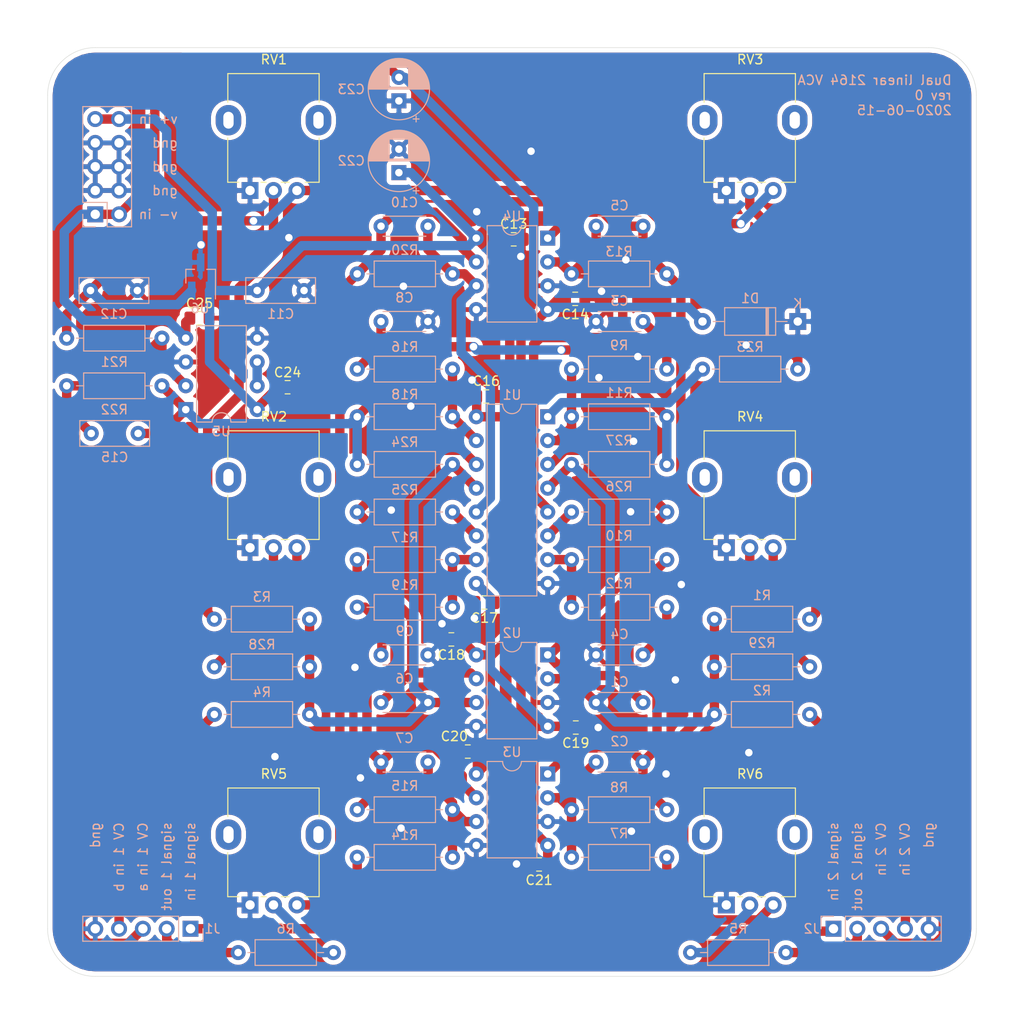
<source format=kicad_pcb>
(kicad_pcb (version 20171130) (host pcbnew 5.1.6-c6e7f7d~86~ubuntu18.04.1)
  (layers (0 F.Cu signal) (31 B.Cu signal) (34 B.Paste user) (35 F.Paste user) (36 B.SilkS user) (37 F.SilkS user) (38 B.Mask user) (39 F.Mask user) (44 Edge.Cuts user))
  (net 0 "")
  (net 1 "Net-(C1-Pad1)")
  (net 2 /VCA_1/VCA_1_CV_summing_node_i_in)
  (net 3 "Net-(C2-Pad1)")
  (net 4 "Net-(C2-Pad2)")
  (net 5 GND)
  (net 6 "Net-(C3-Pad1)")
  (net 7 "Net-(C4-Pad1)")
  (net 8 /VCA_1/VCA_1_signal_v_out)
  (net 9 "Net-(C5-Pad2)")
  (net 10 "Net-(C6-Pad1)")
  (net 11 /VCA_2/VCA_2_CV_summing_node_i_in)
  (net 12 "Net-(C7-Pad1)")
  (net 13 "Net-(C7-Pad2)")
  (net 14 "Net-(C8-Pad1)")
  (net 15 "Net-(C9-Pad1)")
  (net 16 "Net-(C10-Pad2)")
  (net 17 /VCA_2/VCA_2_signal_v_out)
  (net 18 +5VA)
  (net 19 "Net-(C15-Pad2)")
  (net 20 -5VA)
  (net 21 "Net-(R11-Pad1)")
  (net 22 "Net-(R10-Pad1)")
  (net 23 "Net-(R16-Pad1)")
  (net 24 "Net-(R17-Pad1)")
  (net 25 "Net-(R23-Pad2)")
  (net 26 "Net-(U5-Pad6)")
  (net 27 /signal_in_1)
  (net 28 /signal_in_2)
  (net 29 /signal_out_1)
  (net 30 /signal_out_2)
  (net 31 "Net-(R25-Pad1)")
  (net 32 "Net-(R27-Pad1)")
  (net 33 /CV_in_1_B)
  (net 34 /CV_in_1_A)
  (net 35 /CV_in_2_B)
  (net 36 /CV_in_2_A)
  (net 37 "Net-(R1-Pad2)")
  (net 38 "Net-(R3-Pad2)")
  (net 39 "Net-(R28-Pad2)")
  (net 40 "Net-(R29-Pad2)")
  (net 41 "Net-(R5-Pad2)")
  (net 42 "Net-(R6-Pad2)")
  (net 43 +12V)
  (net 44 -12V)
  (module Capacitor_SMD:C_0805_2012Metric_Pad1.15x1.40mm_HandSolder (layer F.Cu) (at 143.1962 79.6544 180)
    (fp_text reference C25 (at -0.009 1.5748) (layer F.SilkS))
    (fp_text value 100nF)
    (pad 2 smd roundrect (at 1.025 0 180) (size 1.15 1.4) (layers F.Cu F.Paste F.Mask) (roundrect_rratio 0.217391) (net 44 -12V))
    (pad 1 smd roundrect (at -1.025 0 180) (size 1.15 1.4) (layers F.Cu F.Paste F.Mask) (roundrect_rratio 0.217391) (net 5 GND))
  )
  (module Capacitor_SMD:C_0805_2012Metric_Pad1.15x1.40mm_HandSolder (layer F.Cu) (at 152.5942 87.0204)
    (fp_text reference C24 (at 0 -1.5748) (layer F.SilkS))
    (fp_text value 100nF)
    (pad 2 smd roundrect (at 1.025 0) (size 1.15 1.4) (layers F.Cu F.Paste F.Mask) (roundrect_rratio 0.217391) (net 5 GND))
    (pad 1 smd roundrect (at -1.025 0) (size 1.15 1.4) (layers F.Cu F.Paste F.Mask) (roundrect_rratio 0.217391) (net 43 +12V))
  )
  (module Capacitor_SMD:C_0805_2012Metric_Pad1.15x1.40mm_HandSolder (layer F.Cu) (at 179.4166 137.922)
    (fp_text reference C21 (at 0.009 1.6764) (layer F.SilkS))
    (fp_text value 100nF)
    (pad 2 smd roundrect (at 1.025 0) (size 1.15 1.4) (layers F.Cu F.Paste F.Mask) (roundrect_rratio 0.217391) (net 44 -12V))
    (pad 1 smd roundrect (at -1.025 0) (size 1.15 1.4) (layers F.Cu F.Paste F.Mask) (roundrect_rratio 0.217391) (net 5 GND))
  )
  (module Capacitor_SMD:C_0805_2012Metric_Pad1.15x1.40mm_HandSolder (layer F.Cu) (at 171.8146 125.8824 180)
    (fp_text reference C20 (at 1.4314 1.6256) (layer F.SilkS))
    (fp_text value 100nF)
    (pad 2 smd roundrect (at 1.025 0 180) (size 1.15 1.4) (layers F.Cu F.Paste F.Mask) (roundrect_rratio 0.217391) (net 5 GND))
    (pad 1 smd roundrect (at -1.025 0 180) (size 1.15 1.4) (layers F.Cu F.Paste F.Mask) (roundrect_rratio 0.217391) (net 43 +12V))
  )
  (module Capacitor_SMD:C_0805_2012Metric_Pad1.15x1.40mm_HandSolder (layer F.Cu) (at 183.3335 123.317 180)
    (fp_text reference C19 (at 0 -1.65) (layer F.SilkS))
    (fp_text value 100nF)
    (pad 2 smd roundrect (at 1.025 0 180) (size 1.15 1.4) (layers F.Cu F.Paste F.Mask) (roundrect_rratio 0.217391) (net 44 -12V))
    (pad 1 smd roundrect (at -1.025 0 180) (size 1.15 1.4) (layers F.Cu F.Paste F.Mask) (roundrect_rratio 0.217391) (net 5 GND))
  )
  (module Capacitor_SMD:C_0805_2012Metric_Pad1.15x1.40mm_HandSolder (layer F.Cu) (at 170.062 113.919 180)
    (fp_text reference C18 (at 0 -1.65) (layer F.SilkS))
    (fp_text value 100nF)
    (pad 2 smd roundrect (at 1.025 0 180) (size 1.15 1.4) (layers F.Cu F.Paste F.Mask) (roundrect_rratio 0.217391) (net 5 GND))
    (pad 1 smd roundrect (at -1.025 0 180) (size 1.15 1.4) (layers F.Cu F.Paste F.Mask) (roundrect_rratio 0.217391) (net 43 +12V))
  )
  (module Capacitor_SMD:C_0805_2012Metric_Pad1.15x1.40mm_HandSolder (layer F.Cu) (at 173.6 109.982)
    (fp_text reference C17 (at 0 1.651) (layer F.SilkS))
    (fp_text value 100nF)
    (pad 2 smd roundrect (at 1.025 0) (size 1.15 1.4) (layers F.Cu F.Paste F.Mask) (roundrect_rratio 0.217391) (net 44 -12V))
    (pad 1 smd roundrect (at -1.025 0) (size 1.15 1.4) (layers F.Cu F.Paste F.Mask) (roundrect_rratio 0.217391) (net 5 GND))
  )
  (module Capacitor_SMD:C_0805_2012Metric_Pad1.15x1.40mm_HandSolder (layer F.Cu) (at 173.7905 88.011)
    (fp_text reference C16 (at 0 -1.65) (layer F.SilkS))
    (fp_text value 100nF)
    (pad 2 smd roundrect (at 1.025 0) (size 1.15 1.4) (layers F.Cu F.Paste F.Mask) (roundrect_rratio 0.217391) (net 5 GND))
    (pad 1 smd roundrect (at -1.025 0) (size 1.15 1.4) (layers F.Cu F.Paste F.Mask) (roundrect_rratio 0.217391) (net 43 +12V))
  )
  (module Capacitor_SMD:C_0805_2012Metric_Pad1.15x1.40mm_HandSolder (layer F.Cu) (at 183.27 77.597 180)
    (fp_text reference C14 (at 0 -1.65) (layer F.SilkS))
    (fp_text value 100nF)
    (pad 2 smd roundrect (at 1.025 0 180) (size 1.15 1.4) (layers F.Cu F.Paste F.Mask) (roundrect_rratio 0.217391) (net 44 -12V))
    (pad 1 smd roundrect (at -1.025 0 180) (size 1.15 1.4) (layers F.Cu F.Paste F.Mask) (roundrect_rratio 0.217391) (net 5 GND))
  )
  (module Capacitor_SMD:C_0805_2012Metric_Pad1.15x1.40mm_HandSolder (layer F.Cu) (at 176.7115 71.247)
    (fp_text reference C13 (at 0 -1.65) (layer F.SilkS))
    (fp_text value 100nF)
    (pad 2 smd roundrect (at 1.025 0) (size 1.15 1.4) (layers F.Cu F.Paste F.Mask) (roundrect_rratio 0.217391) (net 5 GND))
    (pad 1 smd roundrect (at -1.025 0) (size 1.15 1.4) (layers F.Cu F.Paste F.Mask) (roundrect_rratio 0.217391) (net 43 +12V))
  )
  (module Potentiometer_THT:Potentiometer_Alpha_RD901F-40-00D_Single_Vertical (layer F.Cu) (at 199.39 142.24 90)
    (fp_text reference RV6 (at 13.97 2.54) (layer F.SilkS))
    (fp_text value 100k)
    (pad "" thru_hole oval (at 7.5 -2.3 180) (size 2.72 3.24) (drill oval 1.1 1.8) (layers *.Cu *.Mask))
    (pad "" thru_hole oval (at 7.5 7.3 180) (size 2.72 3.24) (drill oval 1.1 1.8) (layers *.Cu *.Mask))
    (pad 3 thru_hole circle (at 0 5 180) (size 1.8 1.8) (drill 1) (layers *.Cu *.Mask) (net 17 /VCA_2/VCA_2_signal_v_out))
    (pad 2 thru_hole circle (at 0 2.5 180) (size 1.8 1.8) (drill 1) (layers *.Cu *.Mask) (net 41 "Net-(R5-Pad2)"))
    (pad 1 thru_hole rect (at 0 0 180) (size 1.8 1.8) (drill 1) (layers *.Cu *.Mask) (net 5 GND))
  )
  (module Potentiometer_THT:Potentiometer_Alpha_RD901F-40-00D_Single_Vertical (layer F.Cu) (at 148.59 142.24 90)
    (fp_text reference RV5 (at 13.97 2.54) (layer F.SilkS))
    (fp_text value 100k)
    (pad "" thru_hole oval (at 7.5 -2.3 180) (size 2.72 3.24) (drill oval 1.1 1.8) (layers *.Cu *.Mask))
    (pad "" thru_hole oval (at 7.5 7.3 180) (size 2.72 3.24) (drill oval 1.1 1.8) (layers *.Cu *.Mask))
    (pad 3 thru_hole circle (at 0 5 180) (size 1.8 1.8) (drill 1) (layers *.Cu *.Mask) (net 8 /VCA_1/VCA_1_signal_v_out))
    (pad 2 thru_hole circle (at 0 2.5 180) (size 1.8 1.8) (drill 1) (layers *.Cu *.Mask) (net 42 "Net-(R6-Pad2)"))
    (pad 1 thru_hole rect (at 0 0 180) (size 1.8 1.8) (drill 1) (layers *.Cu *.Mask) (net 5 GND))
  )
  (module Package_TO_SOT_SMD:SOT-23_Handsoldering (layer B.Cu) (at 143.322 75.208 90)
    (fp_text reference U6 (at -3.405 -0.066 180) (layer B.SilkS) (effects (justify mirror)))
    (fp_text value MAX6035xxUR50)
    (pad 3 smd rect (at 1.5 0 90) (size 1.9 0.8) (layers B.Cu B.Paste B.Mask) (net 5 GND))
    (pad 2 smd rect (at -1.5 -0.95 90) (size 1.9 0.8) (layers B.Cu B.Paste B.Mask) (net 18 +5VA))
    (pad 1 smd rect (at -1.5 0.95 90) (size 1.9 0.8) (layers B.Cu B.Paste B.Mask) (net 43 +12V))
  )
  (module Package_DIP:DIP-8_W7.62mm (layer B.Cu) (at 141.732 89.408)
    (fp_text reference U5 (at 3.81 2.33) (layer B.SilkS) (effects (justify mirror)))
    (fp_text value TL072)
    (pad 8 thru_hole oval (at 7.62 0) (size 1.6 1.6) (drill 0.8) (layers *.Cu *.Mask) (net 43 +12V))
    (pad 4 thru_hole oval (at 0 -7.62) (size 1.6 1.6) (drill 0.8) (layers *.Cu *.Mask) (net 44 -12V))
    (pad 7 thru_hole oval (at 7.62 -2.54) (size 1.6 1.6) (drill 0.8) (layers *.Cu *.Mask) (net 26 "Net-(U5-Pad6)"))
    (pad 3 thru_hole oval (at 0 -5.08) (size 1.6 1.6) (drill 0.8) (layers *.Cu *.Mask) (net 5 GND))
    (pad 6 thru_hole oval (at 7.62 -5.08) (size 1.6 1.6) (drill 0.8) (layers *.Cu *.Mask) (net 26 "Net-(U5-Pad6)"))
    (pad 2 thru_hole oval (at 0 -2.54) (size 1.6 1.6) (drill 0.8) (layers *.Cu *.Mask) (net 19 "Net-(C15-Pad2)"))
    (pad 5 thru_hole oval (at 7.62 -7.62) (size 1.6 1.6) (drill 0.8) (layers *.Cu *.Mask) (net 5 GND))
    (pad 1 thru_hole rect (at 0 0) (size 1.6 1.6) (drill 0.8) (layers *.Cu *.Mask) (net 20 -5VA))
  )
  (module Package_DIP:DIP-8_W7.62mm (layer B.Cu) (at 180.34 71.12 180)
    (fp_text reference U4 (at 3.81 2.33) (layer B.SilkS) (effects (justify mirror)))
    (fp_text value TL072)
    (pad 8 thru_hole oval (at 7.62 0 180) (size 1.6 1.6) (drill 0.8) (layers *.Cu *.Mask) (net 43 +12V))
    (pad 4 thru_hole oval (at 0 -7.62 180) (size 1.6 1.6) (drill 0.8) (layers *.Cu *.Mask) (net 44 -12V))
    (pad 7 thru_hole oval (at 7.62 -2.54 180) (size 1.6 1.6) (drill 0.8) (layers *.Cu *.Mask) (net 8 /VCA_1/VCA_1_signal_v_out))
    (pad 3 thru_hole oval (at 0 -5.08 180) (size 1.6 1.6) (drill 0.8) (layers *.Cu *.Mask) (net 5 GND))
    (pad 6 thru_hole oval (at 7.62 -5.08 180) (size 1.6 1.6) (drill 0.8) (layers *.Cu *.Mask) (net 16 "Net-(C10-Pad2)"))
    (pad 2 thru_hole oval (at 0 -2.54 180) (size 1.6 1.6) (drill 0.8) (layers *.Cu *.Mask) (net 9 "Net-(C5-Pad2)"))
    (pad 5 thru_hole oval (at 7.62 -7.62 180) (size 1.6 1.6) (drill 0.8) (layers *.Cu *.Mask) (net 5 GND))
    (pad 1 thru_hole rect (at 0 0 180) (size 1.6 1.6) (drill 0.8) (layers *.Cu *.Mask) (net 17 /VCA_2/VCA_2_signal_v_out))
  )
  (module Package_DIP:DIP-8_W7.62mm (layer B.Cu) (at 180.34 128.27 180)
    (fp_text reference U3 (at 3.81 2.33) (layer B.SilkS) (effects (justify mirror)))
    (fp_text value TL072)
    (pad 8 thru_hole oval (at 7.62 0 180) (size 1.6 1.6) (drill 0.8) (layers *.Cu *.Mask) (net 43 +12V))
    (pad 4 thru_hole oval (at 0 -7.62 180) (size 1.6 1.6) (drill 0.8) (layers *.Cu *.Mask) (net 44 -12V))
    (pad 7 thru_hole oval (at 7.62 -2.54 180) (size 1.6 1.6) (drill 0.8) (layers *.Cu *.Mask) (net 12 "Net-(C7-Pad1)"))
    (pad 3 thru_hole oval (at 0 -5.08 180) (size 1.6 1.6) (drill 0.8) (layers *.Cu *.Mask) (net 5 GND))
    (pad 6 thru_hole oval (at 7.62 -5.08 180) (size 1.6 1.6) (drill 0.8) (layers *.Cu *.Mask) (net 13 "Net-(C7-Pad2)"))
    (pad 2 thru_hole oval (at 0 -2.54 180) (size 1.6 1.6) (drill 0.8) (layers *.Cu *.Mask) (net 4 "Net-(C2-Pad2)"))
    (pad 5 thru_hole oval (at 7.62 -7.62 180) (size 1.6 1.6) (drill 0.8) (layers *.Cu *.Mask) (net 5 GND))
    (pad 1 thru_hole rect (at 0 0 180) (size 1.6 1.6) (drill 0.8) (layers *.Cu *.Mask) (net 3 "Net-(C2-Pad1)"))
  )
  (module Package_DIP:DIP-8_W7.62mm (layer B.Cu) (at 180.34 115.57 180)
    (fp_text reference U2 (at 3.81 2.33) (layer B.SilkS) (effects (justify mirror)))
    (fp_text value TL072)
    (pad 8 thru_hole oval (at 7.62 0 180) (size 1.6 1.6) (drill 0.8) (layers *.Cu *.Mask) (net 43 +12V))
    (pad 4 thru_hole oval (at 0 -7.62 180) (size 1.6 1.6) (drill 0.8) (layers *.Cu *.Mask) (net 44 -12V))
    (pad 7 thru_hole oval (at 7.62 -2.54 180) (size 1.6 1.6) (drill 0.8) (layers *.Cu *.Mask) (net 10 "Net-(C6-Pad1)"))
    (pad 3 thru_hole oval (at 0 -5.08 180) (size 1.6 1.6) (drill 0.8) (layers *.Cu *.Mask) (net 5 GND))
    (pad 6 thru_hole oval (at 7.62 -5.08 180) (size 1.6 1.6) (drill 0.8) (layers *.Cu *.Mask) (net 2 /VCA_1/VCA_1_CV_summing_node_i_in))
    (pad 2 thru_hole oval (at 0 -2.54 180) (size 1.6 1.6) (drill 0.8) (layers *.Cu *.Mask) (net 11 /VCA_2/VCA_2_CV_summing_node_i_in))
    (pad 5 thru_hole oval (at 7.62 -7.62 180) (size 1.6 1.6) (drill 0.8) (layers *.Cu *.Mask) (net 5 GND))
    (pad 1 thru_hole rect (at 0 0 180) (size 1.6 1.6) (drill 0.8) (layers *.Cu *.Mask) (net 1 "Net-(C1-Pad1)"))
  )
  (module Package_DIP:DIP-16_W7.62mm (layer B.Cu) (at 180.34 90.17 180)
    (fp_text reference U1 (at 3.81 2.33) (layer B.SilkS) (effects (justify mirror)))
    (fp_text value SSM2164)
    (pad 16 thru_hole oval (at 7.62 0 180) (size 1.6 1.6) (drill 0.8) (layers *.Cu *.Mask) (net 43 +12V))
    (pad 8 thru_hole oval (at 0 -17.78 180) (size 1.6 1.6) (drill 0.8) (layers *.Cu *.Mask) (net 5 GND))
    (pad 15 thru_hole oval (at 7.62 -2.54 180) (size 1.6 1.6) (drill 0.8) (layers *.Cu *.Mask) (net 23 "Net-(R16-Pad1)"))
    (pad 7 thru_hole oval (at 0 -15.24 180) (size 1.6 1.6) (drill 0.8) (layers *.Cu *.Mask) (net 22 "Net-(R10-Pad1)"))
    (pad 14 thru_hole oval (at 7.62 -5.08 180) (size 1.6 1.6) (drill 0.8) (layers *.Cu *.Mask) (net 10 "Net-(C6-Pad1)"))
    (pad 6 thru_hole oval (at 0 -12.7 180) (size 1.6 1.6) (drill 0.8) (layers *.Cu *.Mask) (net 32 "Net-(R27-Pad1)"))
    (pad 13 thru_hole oval (at 7.62 -7.62 180) (size 1.6 1.6) (drill 0.8) (layers *.Cu *.Mask) (net 2 /VCA_1/VCA_1_CV_summing_node_i_in))
    (pad 5 thru_hole oval (at 0 -10.16 180) (size 1.6 1.6) (drill 0.8) (layers *.Cu *.Mask) (net 9 "Net-(C5-Pad2)"))
    (pad 12 thru_hole oval (at 7.62 -10.16 180) (size 1.6 1.6) (drill 0.8) (layers *.Cu *.Mask) (net 16 "Net-(C10-Pad2)"))
    (pad 4 thru_hole oval (at 0 -7.62 180) (size 1.6 1.6) (drill 0.8) (layers *.Cu *.Mask) (net 11 /VCA_2/VCA_2_CV_summing_node_i_in))
    (pad 11 thru_hole oval (at 7.62 -12.7 180) (size 1.6 1.6) (drill 0.8) (layers *.Cu *.Mask) (net 31 "Net-(R25-Pad1)"))
    (pad 3 thru_hole oval (at 0 -5.08 180) (size 1.6 1.6) (drill 0.8) (layers *.Cu *.Mask) (net 1 "Net-(C1-Pad1)"))
    (pad 10 thru_hole oval (at 7.62 -15.24 180) (size 1.6 1.6) (drill 0.8) (layers *.Cu *.Mask) (net 24 "Net-(R17-Pad1)"))
    (pad 2 thru_hole oval (at 0 -2.54 180) (size 1.6 1.6) (drill 0.8) (layers *.Cu *.Mask) (net 21 "Net-(R11-Pad1)"))
    (pad 9 thru_hole oval (at 7.62 -17.78 180) (size 1.6 1.6) (drill 0.8) (layers *.Cu *.Mask) (net 44 -12V))
    (pad 1 thru_hole rect (at 0 0 180) (size 1.6 1.6) (drill 0.8) (layers *.Cu *.Mask) (net 25 "Net-(R23-Pad2)"))
  )
  (module Potentiometer_THT:Potentiometer_Alpha_RD901F-40-00D_Single_Vertical (layer F.Cu) (at 199.39 104.14 90)
    (fp_text reference RV4 (at 13.97 2.54) (layer F.SilkS))
    (fp_text value 100k)
    (pad "" thru_hole oval (at 7.5 -2.3 180) (size 2.72 3.24) (drill oval 1.1 1.8) (layers *.Cu *.Mask))
    (pad "" thru_hole oval (at 7.5 7.3 180) (size 2.72 3.24) (drill oval 1.1 1.8) (layers *.Cu *.Mask))
    (pad 3 thru_hole circle (at 0 5 180) (size 1.8 1.8) (drill 1) (layers *.Cu *.Mask) (net 36 /CV_in_2_A))
    (pad 2 thru_hole circle (at 0 2.5 180) (size 1.8 1.8) (drill 1) (layers *.Cu *.Mask) (net 40 "Net-(R29-Pad2)"))
    (pad 1 thru_hole rect (at 0 0 180) (size 1.8 1.8) (drill 1) (layers *.Cu *.Mask) (net 5 GND))
  )
  (module Potentiometer_THT:Potentiometer_Alpha_RD901F-40-00D_Single_Vertical (layer F.Cu) (at 199.39 66.04 90)
    (fp_text reference RV3 (at 13.97 2.54) (layer F.SilkS))
    (fp_text value 100k)
    (pad "" thru_hole oval (at 7.5 -2.3 180) (size 2.72 3.24) (drill oval 1.1 1.8) (layers *.Cu *.Mask))
    (pad "" thru_hole oval (at 7.5 7.3 180) (size 2.72 3.24) (drill oval 1.1 1.8) (layers *.Cu *.Mask))
    (pad 3 thru_hole circle (at 0 5 180) (size 1.8 1.8) (drill 1) (layers *.Cu *.Mask) (net 18 +5VA))
    (pad 2 thru_hole circle (at 0 2.5 180) (size 1.8 1.8) (drill 1) (layers *.Cu *.Mask) (net 37 "Net-(R1-Pad2)"))
    (pad 1 thru_hole rect (at 0 0 180) (size 1.8 1.8) (drill 1) (layers *.Cu *.Mask) (net 5 GND))
  )
  (module Potentiometer_THT:Potentiometer_Alpha_RD901F-40-00D_Single_Vertical (layer F.Cu) (at 148.59 104.14 90)
    (fp_text reference RV2 (at 13.97 2.54) (layer F.SilkS))
    (fp_text value 100k)
    (pad "" thru_hole oval (at 7.5 -2.3 180) (size 2.72 3.24) (drill oval 1.1 1.8) (layers *.Cu *.Mask))
    (pad "" thru_hole oval (at 7.5 7.3 180) (size 2.72 3.24) (drill oval 1.1 1.8) (layers *.Cu *.Mask))
    (pad 3 thru_hole circle (at 0 5 180) (size 1.8 1.8) (drill 1) (layers *.Cu *.Mask) (net 34 /CV_in_1_A))
    (pad 2 thru_hole circle (at 0 2.5 180) (size 1.8 1.8) (drill 1) (layers *.Cu *.Mask) (net 39 "Net-(R28-Pad2)"))
    (pad 1 thru_hole rect (at 0 0 180) (size 1.8 1.8) (drill 1) (layers *.Cu *.Mask) (net 5 GND))
  )
  (module Potentiometer_THT:Potentiometer_Alpha_RD901F-40-00D_Single_Vertical (layer F.Cu) (at 148.59 66.04 90)
    (fp_text reference RV1 (at 13.97 2.54) (layer F.SilkS))
    (fp_text value 100k)
    (pad "" thru_hole oval (at 7.5 -2.3 180) (size 2.72 3.24) (drill oval 1.1 1.8) (layers *.Cu *.Mask))
    (pad "" thru_hole oval (at 7.5 7.3 180) (size 2.72 3.24) (drill oval 1.1 1.8) (layers *.Cu *.Mask))
    (pad 3 thru_hole circle (at 0 5 180) (size 1.8 1.8) (drill 1) (layers *.Cu *.Mask) (net 18 +5VA))
    (pad 2 thru_hole circle (at 0 2.5 180) (size 1.8 1.8) (drill 1) (layers *.Cu *.Mask) (net 38 "Net-(R3-Pad2)"))
    (pad 1 thru_hole rect (at 0 0 180) (size 1.8 1.8) (drill 1) (layers *.Cu *.Mask) (net 5 GND))
  )
  (module Resistor_THT:R_Axial_DIN0207_L6.3mm_D2.5mm_P10.16mm_Horizontal (layer B.Cu) (at 198.12 116.84)
    (fp_text reference R29 (at 5.08 -2.54) (layer B.SilkS) (effects (justify mirror)))
    (fp_text value 100k)
    (pad 2 thru_hole oval (at 10.16 0) (size 1.6 1.6) (drill 0.8) (layers *.Cu *.Mask) (net 40 "Net-(R29-Pad2)"))
    (pad 1 thru_hole circle (at 0 0) (size 1.6 1.6) (drill 0.8) (layers *.Cu *.Mask) (net 11 /VCA_2/VCA_2_CV_summing_node_i_in))
  )
  (module Resistor_THT:R_Axial_DIN0207_L6.3mm_D2.5mm_P10.16mm_Horizontal (layer B.Cu) (at 154.94 116.84 180)
    (fp_text reference R28 (at 5.08 2.37) (layer B.SilkS) (effects (justify mirror)))
    (fp_text value 100k)
    (pad 2 thru_hole oval (at 10.16 0 180) (size 1.6 1.6) (drill 0.8) (layers *.Cu *.Mask) (net 39 "Net-(R28-Pad2)"))
    (pad 1 thru_hole circle (at 0 0 180) (size 1.6 1.6) (drill 0.8) (layers *.Cu *.Mask) (net 2 /VCA_1/VCA_1_CV_summing_node_i_in))
  )
  (module Resistor_THT:R_Axial_DIN0207_L6.3mm_D2.5mm_P10.16mm_Horizontal (layer B.Cu) (at 182.88 100.33)
    (fp_text reference R27 (at 5.08 -7.62) (layer B.SilkS) (effects (justify mirror)))
    (fp_text value 4k7)
    (pad 2 thru_hole oval (at 10.16 0) (size 1.6 1.6) (drill 0.8) (layers *.Cu *.Mask) (net 1 "Net-(C1-Pad1)"))
    (pad 1 thru_hole circle (at 0 0) (size 1.6 1.6) (drill 0.8) (layers *.Cu *.Mask) (net 32 "Net-(R27-Pad1)"))
  )
  (module Resistor_THT:R_Axial_DIN0207_L6.3mm_D2.5mm_P10.16mm_Horizontal (layer B.Cu) (at 182.88 95.25)
    (fp_text reference R26 (at 5.08 2.37) (layer B.SilkS) (effects (justify mirror)))
    (fp_text value 10M)
    (pad 2 thru_hole oval (at 10.16 0) (size 1.6 1.6) (drill 0.8) (layers *.Cu *.Mask) (net 20 -5VA))
    (pad 1 thru_hole circle (at 0 0) (size 1.6 1.6) (drill 0.8) (layers *.Cu *.Mask) (net 11 /VCA_2/VCA_2_CV_summing_node_i_in))
  )
  (module Resistor_THT:R_Axial_DIN0207_L6.3mm_D2.5mm_P10.16mm_Horizontal (layer B.Cu) (at 170.18 100.33 180)
    (fp_text reference R25 (at 5.08 2.37) (layer B.SilkS) (effects (justify mirror)))
    (fp_text value 4k7)
    (pad 2 thru_hole oval (at 10.16 0 180) (size 1.6 1.6) (drill 0.8) (layers *.Cu *.Mask) (net 10 "Net-(C6-Pad1)"))
    (pad 1 thru_hole circle (at 0 0 180) (size 1.6 1.6) (drill 0.8) (layers *.Cu *.Mask) (net 31 "Net-(R25-Pad1)"))
  )
  (module Resistor_THT:R_Axial_DIN0207_L6.3mm_D2.5mm_P10.16mm_Horizontal (layer B.Cu) (at 170.18 95.25 180)
    (fp_text reference R24 (at 5.08 2.37) (layer B.SilkS) (effects (justify mirror)))
    (fp_text value 10M)
    (pad 2 thru_hole oval (at 10.16 0 180) (size 1.6 1.6) (drill 0.8) (layers *.Cu *.Mask) (net 20 -5VA))
    (pad 1 thru_hole circle (at 0 0 180) (size 1.6 1.6) (drill 0.8) (layers *.Cu *.Mask) (net 2 /VCA_1/VCA_1_CV_summing_node_i_in))
  )
  (module Resistor_THT:R_Axial_DIN0207_L6.3mm_D2.5mm_P10.16mm_Horizontal (layer B.Cu) (at 207.01 85.09 180)
    (fp_text reference R23 (at 5.08 2.37) (layer B.SilkS) (effects (justify mirror)))
    (fp_text value R)
    (pad 2 thru_hole oval (at 10.16 0 180) (size 1.6 1.6) (drill 0.8) (layers *.Cu *.Mask) (net 25 "Net-(R23-Pad2)"))
    (pad 1 thru_hole circle (at 0 0 180) (size 1.6 1.6) (drill 0.8) (layers *.Cu *.Mask) (net 43 +12V))
  )
  (module Resistor_THT:R_Axial_DIN0207_L6.3mm_D2.5mm_P10.16mm_Horizontal (layer B.Cu) (at 139.192 86.868 180)
    (fp_text reference R22 (at 5.08 -2.54) (layer B.SilkS) (effects (justify mirror)))
    (fp_text value 10k)
    (pad 2 thru_hole oval (at 10.16 0 180) (size 1.6 1.6) (drill 0.8) (layers *.Cu *.Mask) (net 19 "Net-(C15-Pad2)"))
    (pad 1 thru_hole circle (at 0 0 180) (size 1.6 1.6) (drill 0.8) (layers *.Cu *.Mask) (net 20 -5VA))
  )
  (module Resistor_THT:R_Axial_DIN0207_L6.3mm_D2.5mm_P10.16mm_Horizontal (layer B.Cu) (at 139.192 81.788 180)
    (fp_text reference R21 (at 5.08 -2.54) (layer B.SilkS) (effects (justify mirror)))
    (fp_text value 10k)
    (pad 2 thru_hole oval (at 10.16 0 180) (size 1.6 1.6) (drill 0.8) (layers *.Cu *.Mask) (net 18 +5VA))
    (pad 1 thru_hole circle (at 0 0 180) (size 1.6 1.6) (drill 0.8) (layers *.Cu *.Mask) (net 19 "Net-(C15-Pad2)"))
  )
  (module Resistor_THT:R_Axial_DIN0207_L6.3mm_D2.5mm_P10.16mm_Horizontal (layer B.Cu) (at 160.02 74.93)
    (fp_text reference R20 (at 5.08 -2.54) (layer B.SilkS) (effects (justify mirror)))
    (fp_text value 30k)
    (pad 2 thru_hole oval (at 10.16 0) (size 1.6 1.6) (drill 0.8) (layers *.Cu *.Mask) (net 16 "Net-(C10-Pad2)"))
    (pad 1 thru_hole circle (at 0 0) (size 1.6 1.6) (drill 0.8) (layers *.Cu *.Mask) (net 8 /VCA_1/VCA_1_signal_v_out))
  )
  (module Resistor_THT:R_Axial_DIN0207_L6.3mm_D2.5mm_P10.16mm_Horizontal (layer B.Cu) (at 170.18 110.49 180)
    (fp_text reference R19 (at 5.08 2.37) (layer B.SilkS) (effects (justify mirror)))
    (fp_text value 510)
    (pad 2 thru_hole oval (at 10.16 0 180) (size 1.6 1.6) (drill 0.8) (layers *.Cu *.Mask) (net 15 "Net-(C9-Pad1)"))
    (pad 1 thru_hole circle (at 0 0 180) (size 1.6 1.6) (drill 0.8) (layers *.Cu *.Mask) (net 24 "Net-(R17-Pad1)"))
  )
  (module Resistor_THT:R_Axial_DIN0207_L6.3mm_D2.5mm_P10.16mm_Horizontal (layer B.Cu) (at 170.18 90.17 180)
    (fp_text reference R18 (at 5.08 2.37) (layer B.SilkS) (effects (justify mirror)))
    (fp_text value 100k)
    (pad 2 thru_hole oval (at 10.16 0 180) (size 1.6 1.6) (drill 0.8) (layers *.Cu *.Mask) (net 20 -5VA))
    (pad 1 thru_hole circle (at 0 0 180) (size 1.6 1.6) (drill 0.8) (layers *.Cu *.Mask) (net 23 "Net-(R16-Pad1)"))
  )
  (module Resistor_THT:R_Axial_DIN0207_L6.3mm_D2.5mm_P10.16mm_Horizontal (layer B.Cu) (at 170.18 105.41 180)
    (fp_text reference R17 (at 5.08 2.37) (layer B.SilkS) (effects (justify mirror)))
    (fp_text value 30k)
    (pad 2 thru_hole oval (at 10.16 0 180) (size 1.6 1.6) (drill 0.8) (layers *.Cu *.Mask) (net 12 "Net-(C7-Pad1)"))
    (pad 1 thru_hole circle (at 0 0 180) (size 1.6 1.6) (drill 0.8) (layers *.Cu *.Mask) (net 24 "Net-(R17-Pad1)"))
  )
  (module Resistor_THT:R_Axial_DIN0207_L6.3mm_D2.5mm_P10.16mm_Horizontal (layer B.Cu) (at 170.18 85.09 180)
    (fp_text reference R16 (at 5.08 2.37) (layer B.SilkS) (effects (justify mirror)))
    (fp_text value 510)
    (pad 2 thru_hole oval (at 10.16 0 180) (size 1.6 1.6) (drill 0.8) (layers *.Cu *.Mask) (net 14 "Net-(C8-Pad1)"))
    (pad 1 thru_hole circle (at 0 0 180) (size 1.6 1.6) (drill 0.8) (layers *.Cu *.Mask) (net 23 "Net-(R16-Pad1)"))
  )
  (module Resistor_THT:R_Axial_DIN0207_L6.3mm_D2.5mm_P10.16mm_Horizontal (layer B.Cu) (at 160.02 132.08)
    (fp_text reference R15 (at 5.08 -2.54) (layer B.SilkS) (effects (justify mirror)))
    (fp_text value 100k)
    (pad 2 thru_hole oval (at 10.16 0) (size 1.6 1.6) (drill 0.8) (layers *.Cu *.Mask) (net 13 "Net-(C7-Pad2)"))
    (pad 1 thru_hole circle (at 0 0) (size 1.6 1.6) (drill 0.8) (layers *.Cu *.Mask) (net 12 "Net-(C7-Pad1)"))
  )
  (module Resistor_THT:R_Axial_DIN0207_L6.3mm_D2.5mm_P10.16mm_Horizontal (layer B.Cu) (at 170.18 137.16 180)
    (fp_text reference R14 (at 5.08 2.37) (layer B.SilkS) (effects (justify mirror)))
    (fp_text value 100k)
    (pad 2 thru_hole oval (at 10.16 0 180) (size 1.6 1.6) (drill 0.8) (layers *.Cu *.Mask) (net 27 /signal_in_1))
    (pad 1 thru_hole circle (at 0 0 180) (size 1.6 1.6) (drill 0.8) (layers *.Cu *.Mask) (net 13 "Net-(C7-Pad2)"))
  )
  (module Resistor_THT:R_Axial_DIN0207_L6.3mm_D2.5mm_P10.16mm_Horizontal (layer B.Cu) (at 193.04 74.93 180)
    (fp_text reference R13 (at 5.08 2.37) (layer B.SilkS) (effects (justify mirror)))
    (fp_text value 30k)
    (pad 2 thru_hole oval (at 10.16 0 180) (size 1.6 1.6) (drill 0.8) (layers *.Cu *.Mask) (net 9 "Net-(C5-Pad2)"))
    (pad 1 thru_hole circle (at 0 0 180) (size 1.6 1.6) (drill 0.8) (layers *.Cu *.Mask) (net 17 /VCA_2/VCA_2_signal_v_out))
  )
  (module Resistor_THT:R_Axial_DIN0207_L6.3mm_D2.5mm_P10.16mm_Horizontal (layer B.Cu) (at 182.88 110.49)
    (fp_text reference R12 (at 5.08 -2.54) (layer B.SilkS) (effects (justify mirror)))
    (fp_text value 510)
    (pad 2 thru_hole oval (at 10.16 0) (size 1.6 1.6) (drill 0.8) (layers *.Cu *.Mask) (net 7 "Net-(C4-Pad1)"))
    (pad 1 thru_hole circle (at 0 0) (size 1.6 1.6) (drill 0.8) (layers *.Cu *.Mask) (net 22 "Net-(R10-Pad1)"))
  )
  (module Resistor_THT:R_Axial_DIN0207_L6.3mm_D2.5mm_P10.16mm_Horizontal (layer B.Cu) (at 182.88 90.17)
    (fp_text reference R11 (at 5.08 -2.54) (layer B.SilkS) (effects (justify mirror)))
    (fp_text value 100k)
    (pad 2 thru_hole oval (at 10.16 0) (size 1.6 1.6) (drill 0.8) (layers *.Cu *.Mask) (net 20 -5VA))
    (pad 1 thru_hole circle (at 0 0) (size 1.6 1.6) (drill 0.8) (layers *.Cu *.Mask) (net 21 "Net-(R11-Pad1)"))
  )
  (module Resistor_THT:R_Axial_DIN0207_L6.3mm_D2.5mm_P10.16mm_Horizontal (layer B.Cu) (at 182.88 105.41)
    (fp_text reference R10 (at 5.08 -2.54) (layer B.SilkS) (effects (justify mirror)))
    (fp_text value 30k)
    (pad 2 thru_hole oval (at 10.16 0) (size 1.6 1.6) (drill 0.8) (layers *.Cu *.Mask) (net 3 "Net-(C2-Pad1)"))
    (pad 1 thru_hole circle (at 0 0) (size 1.6 1.6) (drill 0.8) (layers *.Cu *.Mask) (net 22 "Net-(R10-Pad1)"))
  )
  (module Resistor_THT:R_Axial_DIN0207_L6.3mm_D2.5mm_P10.16mm_Horizontal (layer B.Cu) (at 182.88 85.09)
    (fp_text reference R9 (at 5.08 -2.54) (layer B.SilkS) (effects (justify mirror)))
    (fp_text value 510)
    (pad 2 thru_hole oval (at 10.16 0) (size 1.6 1.6) (drill 0.8) (layers *.Cu *.Mask) (net 6 "Net-(C3-Pad1)"))
    (pad 1 thru_hole circle (at 0 0) (size 1.6 1.6) (drill 0.8) (layers *.Cu *.Mask) (net 21 "Net-(R11-Pad1)"))
  )
  (module Resistor_THT:R_Axial_DIN0207_L6.3mm_D2.5mm_P10.16mm_Horizontal (layer B.Cu) (at 193.04 132.08 180)
    (fp_text reference R8 (at 5.08 2.37) (layer B.SilkS) (effects (justify mirror)))
    (fp_text value 100k)
    (pad 2 thru_hole oval (at 10.16 0 180) (size 1.6 1.6) (drill 0.8) (layers *.Cu *.Mask) (net 4 "Net-(C2-Pad2)"))
    (pad 1 thru_hole circle (at 0 0 180) (size 1.6 1.6) (drill 0.8) (layers *.Cu *.Mask) (net 3 "Net-(C2-Pad1)"))
  )
  (module Resistor_THT:R_Axial_DIN0207_L6.3mm_D2.5mm_P10.16mm_Horizontal (layer B.Cu) (at 182.88 137.16)
    (fp_text reference R7 (at 5.08 -2.54) (layer B.SilkS) (effects (justify mirror)))
    (fp_text value 100k)
    (pad 2 thru_hole oval (at 10.16 0) (size 1.6 1.6) (drill 0.8) (layers *.Cu *.Mask) (net 28 /signal_in_2))
    (pad 1 thru_hole circle (at 0 0) (size 1.6 1.6) (drill 0.8) (layers *.Cu *.Mask) (net 4 "Net-(C2-Pad2)"))
  )
  (module Resistor_THT:R_Axial_DIN0207_L6.3mm_D2.5mm_P10.16mm_Horizontal (layer B.Cu) (at 147.32 147.32)
    (fp_text reference R6 (at 5.08 -2.54) (layer B.SilkS) (effects (justify mirror)))
    (fp_text value 1k)
    (pad 2 thru_hole oval (at 10.16 0) (size 1.6 1.6) (drill 0.8) (layers *.Cu *.Mask) (net 42 "Net-(R6-Pad2)"))
    (pad 1 thru_hole circle (at 0 0) (size 1.6 1.6) (drill 0.8) (layers *.Cu *.Mask) (net 29 /signal_out_1))
  )
  (module Resistor_THT:R_Axial_DIN0207_L6.3mm_D2.5mm_P10.16mm_Horizontal (layer B.Cu) (at 205.74 147.32 180)
    (fp_text reference R5 (at 5.08 2.54) (layer B.SilkS) (effects (justify mirror)))
    (fp_text value 1k)
    (pad 2 thru_hole oval (at 10.16 0 180) (size 1.6 1.6) (drill 0.8) (layers *.Cu *.Mask) (net 41 "Net-(R5-Pad2)"))
    (pad 1 thru_hole circle (at 0 0 180) (size 1.6 1.6) (drill 0.8) (layers *.Cu *.Mask) (net 30 /signal_out_2))
  )
  (module Resistor_THT:R_Axial_DIN0207_L6.3mm_D2.5mm_P10.16mm_Horizontal (layer B.Cu) (at 154.94 121.92 180)
    (fp_text reference R4 (at 5.08 2.37) (layer B.SilkS) (effects (justify mirror)))
    (fp_text value 100k)
    (pad 2 thru_hole oval (at 10.16 0 180) (size 1.6 1.6) (drill 0.8) (layers *.Cu *.Mask) (net 33 /CV_in_1_B))
    (pad 1 thru_hole circle (at 0 0 180) (size 1.6 1.6) (drill 0.8) (layers *.Cu *.Mask) (net 2 /VCA_1/VCA_1_CV_summing_node_i_in))
  )
  (module Resistor_THT:R_Axial_DIN0207_L6.3mm_D2.5mm_P10.16mm_Horizontal (layer B.Cu) (at 154.94 111.76 180)
    (fp_text reference R3 (at 5.08 2.37) (layer B.SilkS) (effects (justify mirror)))
    (fp_text value 100k)
    (pad 2 thru_hole oval (at 10.16 0 180) (size 1.6 1.6) (drill 0.8) (layers *.Cu *.Mask) (net 38 "Net-(R3-Pad2)"))
    (pad 1 thru_hole circle (at 0 0 180) (size 1.6 1.6) (drill 0.8) (layers *.Cu *.Mask) (net 2 /VCA_1/VCA_1_CV_summing_node_i_in))
  )
  (module Resistor_THT:R_Axial_DIN0207_L6.3mm_D2.5mm_P10.16mm_Horizontal (layer B.Cu) (at 198.12 121.92)
    (fp_text reference R2 (at 5.08 -2.54) (layer B.SilkS) (effects (justify mirror)))
    (fp_text value 100k)
    (pad 2 thru_hole oval (at 10.16 0) (size 1.6 1.6) (drill 0.8) (layers *.Cu *.Mask) (net 35 /CV_in_2_B))
    (pad 1 thru_hole circle (at 0 0) (size 1.6 1.6) (drill 0.8) (layers *.Cu *.Mask) (net 11 /VCA_2/VCA_2_CV_summing_node_i_in))
  )
  (module Resistor_THT:R_Axial_DIN0207_L6.3mm_D2.5mm_P10.16mm_Horizontal (layer B.Cu) (at 198.12 111.76)
    (fp_text reference R1 (at 5.08 -2.54) (layer B.SilkS) (effects (justify mirror)))
    (fp_text value 100k)
    (pad 2 thru_hole oval (at 10.16 0) (size 1.6 1.6) (drill 0.8) (layers *.Cu *.Mask) (net 37 "Net-(R1-Pad2)"))
    (pad 1 thru_hole circle (at 0 0) (size 1.6 1.6) (drill 0.8) (layers *.Cu *.Mask) (net 11 /VCA_2/VCA_2_CV_summing_node_i_in))
  )
  (module Connector_PinHeader_2.54mm:PinHeader_2x05_P2.54mm_Vertical (layer B.Cu) (at 132.08 68.58)
    (fp_text reference J7 hide)
    (fp_text value power_input)
    (pad 10 thru_hole oval (at 2.54 -10.16) (size 1.7 1.7) (drill 1) (layers *.Cu *.Mask) (net 43 +12V))
    (pad 9 thru_hole oval (at 0 -10.16) (size 1.7 1.7) (drill 1) (layers *.Cu *.Mask) (net 43 +12V))
    (pad 8 thru_hole oval (at 2.54 -7.62) (size 1.7 1.7) (drill 1) (layers *.Cu *.Mask) (net 5 GND))
    (pad 7 thru_hole oval (at 0 -7.62) (size 1.7 1.7) (drill 1) (layers *.Cu *.Mask) (net 5 GND))
    (pad 6 thru_hole oval (at 2.54 -5.08) (size 1.7 1.7) (drill 1) (layers *.Cu *.Mask) (net 5 GND))
    (pad 5 thru_hole oval (at 0 -5.08) (size 1.7 1.7) (drill 1) (layers *.Cu *.Mask) (net 5 GND))
    (pad 4 thru_hole oval (at 2.54 -2.54) (size 1.7 1.7) (drill 1) (layers *.Cu *.Mask) (net 5 GND))
    (pad 3 thru_hole oval (at 0 -2.54) (size 1.7 1.7) (drill 1) (layers *.Cu *.Mask) (net 5 GND))
    (pad 2 thru_hole oval (at 2.54 0) (size 1.7 1.7) (drill 1) (layers *.Cu *.Mask) (net 44 -12V))
    (pad 1 thru_hole rect (at 0 0) (size 1.7 1.7) (drill 1) (layers *.Cu *.Mask) (net 44 -12V))
  )
  (module Connector_PinHeader_2.54mm:PinHeader_1x05_P2.54mm_Vertical (layer B.Cu) (at 210.82 144.78 270)
    (fp_text reference J2 (at 0 2.33 180) (layer B.SilkS) (effects (justify mirror)))
    (fp_text value VCA_2_port)
    (pad 5 thru_hole oval (at 0 -10.16 270) (size 1.7 1.7) (drill 1) (layers *.Cu *.Mask) (net 5 GND))
    (pad 4 thru_hole oval (at 0 -7.62 270) (size 1.7 1.7) (drill 1) (layers *.Cu *.Mask) (net 35 /CV_in_2_B))
    (pad 3 thru_hole oval (at 0 -5.08 270) (size 1.7 1.7) (drill 1) (layers *.Cu *.Mask) (net 36 /CV_in_2_A))
    (pad 2 thru_hole oval (at 0 -2.54 270) (size 1.7 1.7) (drill 1) (layers *.Cu *.Mask) (net 30 /signal_out_2))
    (pad 1 thru_hole rect (at 0 0 270) (size 1.7 1.7) (drill 1) (layers *.Cu *.Mask) (net 28 /signal_in_2))
  )
  (module Connector_PinHeader_2.54mm:PinHeader_1x05_P2.54mm_Vertical (layer B.Cu) (at 142.24 144.78 90)
    (fp_text reference J1 (at 0 2.33 180) (layer B.SilkS) (effects (justify mirror)))
    (fp_text value VCA_1_port)
    (pad 5 thru_hole oval (at 0 -10.16 90) (size 1.7 1.7) (drill 1) (layers *.Cu *.Mask) (net 5 GND))
    (pad 4 thru_hole oval (at 0 -7.62 90) (size 1.7 1.7) (drill 1) (layers *.Cu *.Mask) (net 33 /CV_in_1_B))
    (pad 3 thru_hole oval (at 0 -5.08 90) (size 1.7 1.7) (drill 1) (layers *.Cu *.Mask) (net 34 /CV_in_1_A))
    (pad 2 thru_hole oval (at 0 -2.54 90) (size 1.7 1.7) (drill 1) (layers *.Cu *.Mask) (net 29 /signal_out_1))
    (pad 1 thru_hole rect (at 0 0 90) (size 1.7 1.7) (drill 1) (layers *.Cu *.Mask) (net 27 /signal_in_1))
  )
  (module Diode_THT:D_A-405_P10.16mm_Horizontal (layer B.Cu) (at 207.01 80.01 180)
    (fp_text reference D1 (at 5.08 2.47) (layer B.SilkS) (effects (justify mirror)))
    (fp_text value BAT48)
    (fp_text user K (at 0 1.9) (layer B.SilkS) (effects (justify mirror)))
    (pad 2 thru_hole oval (at 10.16 0 180) (size 1.8 1.8) (drill 0.9) (layers *.Cu *.Mask) (net 44 -12V))
    (pad 1 thru_hole rect (at 0 0 180) (size 1.8 1.8) (drill 0.9) (layers *.Cu *.Mask) (net 5 GND))
  )
  (module Capacitor_THT:CP_Radial_D6.3mm_P2.50mm (layer B.Cu) (at 164.465 56.475 90)
    (fp_text reference C23 (at 1.23 -5.08 180) (layer B.SilkS) (effects (justify mirror)))
    (fp_text value 10uF)
    (pad 2 thru_hole circle (at 2.5 0 90) (size 1.6 1.6) (drill 0.8) (layers *.Cu *.Mask) (net 44 -12V))
    (pad 1 thru_hole rect (at 0 0 90) (size 1.6 1.6) (drill 0.8) (layers *.Cu *.Mask) (net 5 GND))
  )
  (module Capacitor_THT:CP_Radial_D6.3mm_P2.50mm (layer B.Cu) (at 164.465 64.135 90)
    (fp_text reference C22 (at 1.27 -5.08 180) (layer B.SilkS) (effects (justify mirror)))
    (fp_text value 10uF)
    (pad 2 thru_hole circle (at 2.5 0 90) (size 1.6 1.6) (drill 0.8) (layers *.Cu *.Mask) (net 5 GND))
    (pad 1 thru_hole rect (at 0 0 90) (size 1.6 1.6) (drill 0.8) (layers *.Cu *.Mask) (net 43 +12V))
  )
  (module Capacitor_THT:C_Rect_L7.2mm_W2.5mm_P5.00mm_FKS2_FKP2_MKS2_MKP2 (layer B.Cu) (at 136.652 91.948 180)
    (fp_text reference C15 (at 2.5 -2.54) (layer B.SilkS) (effects (justify mirror)))
    (fp_text value 100nF)
    (pad 2 thru_hole circle (at 5 0 180) (size 1.6 1.6) (drill 0.8) (layers *.Cu *.Mask) (net 19 "Net-(C15-Pad2)"))
    (pad 1 thru_hole circle (at 0 0 180) (size 1.6 1.6) (drill 0.8) (layers *.Cu *.Mask) (net 20 -5VA))
  )
  (module Capacitor_THT:C_Rect_L7.2mm_W2.5mm_P5.00mm_FKS2_FKP2_MKS2_MKP2 (layer B.Cu) (at 131.572 76.708)
    (fp_text reference C12 (at 2.5 2.5) (layer B.SilkS) (effects (justify mirror)))
    (fp_text value 100nF)
    (pad 2 thru_hole circle (at 5 0) (size 1.6 1.6) (drill 0.8) (layers *.Cu *.Mask) (net 5 GND))
    (pad 1 thru_hole circle (at 0 0) (size 1.6 1.6) (drill 0.8) (layers *.Cu *.Mask) (net 18 +5VA))
  )
  (module Capacitor_THT:C_Rect_L7.2mm_W2.5mm_P5.00mm_FKS2_FKP2_MKS2_MKP2 (layer B.Cu) (at 149.352 76.708)
    (fp_text reference C11 (at 2.5 2.5) (layer B.SilkS) (effects (justify mirror)))
    (fp_text value 100nF)
    (pad 2 thru_hole circle (at 5 0) (size 1.6 1.6) (drill 0.8) (layers *.Cu *.Mask) (net 5 GND))
    (pad 1 thru_hole circle (at 0 0) (size 1.6 1.6) (drill 0.8) (layers *.Cu *.Mask) (net 43 +12V))
  )
  (module Capacitor_THT:C_Disc_D4.3mm_W1.9mm_P5.00mm (layer B.Cu) (at 162.56 69.85)
    (fp_text reference C10 (at 2.5 -2.54) (layer B.SilkS) (effects (justify mirror)))
    (fp_text value 100pF)
    (pad 2 thru_hole circle (at 5 0) (size 1.6 1.6) (drill 0.8) (layers *.Cu *.Mask) (net 16 "Net-(C10-Pad2)"))
    (pad 1 thru_hole circle (at 0 0) (size 1.6 1.6) (drill 0.8) (layers *.Cu *.Mask) (net 8 /VCA_1/VCA_1_signal_v_out))
  )
  (module Capacitor_THT:C_Disc_D4.3mm_W1.9mm_P5.00mm (layer B.Cu) (at 162.56 115.57)
    (fp_text reference C9 (at 2.54 -2.54) (layer B.SilkS) (effects (justify mirror)))
    (fp_text value 560pF)
    (pad 2 thru_hole circle (at 5 0) (size 1.6 1.6) (drill 0.8) (layers *.Cu *.Mask) (net 5 GND))
    (pad 1 thru_hole circle (at 0 0) (size 1.6 1.6) (drill 0.8) (layers *.Cu *.Mask) (net 15 "Net-(C9-Pad1)"))
  )
  (module Capacitor_THT:C_Disc_D4.3mm_W1.9mm_P5.00mm (layer B.Cu) (at 162.56 80.01)
    (fp_text reference C8 (at 2.5 -2.54) (layer B.SilkS) (effects (justify mirror)))
    (fp_text value 560pF)
    (pad 2 thru_hole circle (at 5 0) (size 1.6 1.6) (drill 0.8) (layers *.Cu *.Mask) (net 5 GND))
    (pad 1 thru_hole circle (at 0 0) (size 1.6 1.6) (drill 0.8) (layers *.Cu *.Mask) (net 14 "Net-(C8-Pad1)"))
  )
  (module Capacitor_THT:C_Disc_D4.3mm_W1.9mm_P5.00mm (layer B.Cu) (at 162.56 127)
    (fp_text reference C7 (at 2.5 -2.54) (layer B.SilkS) (effects (justify mirror)))
    (fp_text value 22pF)
    (pad 2 thru_hole circle (at 5 0) (size 1.6 1.6) (drill 0.8) (layers *.Cu *.Mask) (net 13 "Net-(C7-Pad2)"))
    (pad 1 thru_hole circle (at 0 0) (size 1.6 1.6) (drill 0.8) (layers *.Cu *.Mask) (net 12 "Net-(C7-Pad1)"))
  )
  (module Capacitor_THT:C_Disc_D4.3mm_W1.9mm_P5.00mm (layer B.Cu) (at 162.56 120.65)
    (fp_text reference C6 (at 2.5 -2.54) (layer B.SilkS) (effects (justify mirror)))
    (fp_text value 100pF)
    (pad 2 thru_hole circle (at 5 0) (size 1.6 1.6) (drill 0.8) (layers *.Cu *.Mask) (net 2 /VCA_1/VCA_1_CV_summing_node_i_in))
    (pad 1 thru_hole circle (at 0 0) (size 1.6 1.6) (drill 0.8) (layers *.Cu *.Mask) (net 10 "Net-(C6-Pad1)"))
  )
  (module Capacitor_THT:C_Disc_D4.3mm_W1.9mm_P5.00mm (layer B.Cu) (at 190.5 69.85 180)
    (fp_text reference C5 (at 2.5 2.2) (layer B.SilkS) (effects (justify mirror)))
    (fp_text value 100pF)
    (pad 2 thru_hole circle (at 5 0 180) (size 1.6 1.6) (drill 0.8) (layers *.Cu *.Mask) (net 9 "Net-(C5-Pad2)"))
    (pad 1 thru_hole circle (at 0 0 180) (size 1.6 1.6) (drill 0.8) (layers *.Cu *.Mask) (net 17 /VCA_2/VCA_2_signal_v_out))
  )
  (module Capacitor_THT:C_Disc_D4.3mm_W1.9mm_P5.00mm (layer B.Cu) (at 190.5 115.57 180)
    (fp_text reference C4 (at 2.5 2.2) (layer B.SilkS) (effects (justify mirror)))
    (fp_text value 560pF)
    (pad 2 thru_hole circle (at 5 0 180) (size 1.6 1.6) (drill 0.8) (layers *.Cu *.Mask) (net 5 GND))
    (pad 1 thru_hole circle (at 0 0 180) (size 1.6 1.6) (drill 0.8) (layers *.Cu *.Mask) (net 7 "Net-(C4-Pad1)"))
  )
  (module Capacitor_THT:C_Disc_D4.3mm_W1.9mm_P5.00mm (layer B.Cu) (at 190.5 80.01 180)
    (fp_text reference C3 (at 2.5 2.2) (layer B.SilkS) (effects (justify mirror)))
    (fp_text value 560pF)
    (pad 2 thru_hole circle (at 5 0 180) (size 1.6 1.6) (drill 0.8) (layers *.Cu *.Mask) (net 5 GND))
    (pad 1 thru_hole circle (at 0 0 180) (size 1.6 1.6) (drill 0.8) (layers *.Cu *.Mask) (net 6 "Net-(C3-Pad1)"))
  )
  (module Capacitor_THT:C_Disc_D4.3mm_W1.9mm_P5.00mm (layer B.Cu) (at 190.5 127 180)
    (fp_text reference C2 (at 2.5 2.2) (layer B.SilkS) (effects (justify mirror)))
    (fp_text value 22pF)
    (pad 2 thru_hole circle (at 5 0 180) (size 1.6 1.6) (drill 0.8) (layers *.Cu *.Mask) (net 4 "Net-(C2-Pad2)"))
    (pad 1 thru_hole circle (at 0 0 180) (size 1.6 1.6) (drill 0.8) (layers *.Cu *.Mask) (net 3 "Net-(C2-Pad1)"))
  )
  (module Capacitor_THT:C_Disc_D4.3mm_W1.9mm_P5.00mm (layer B.Cu) (at 190.5 120.65 180)
    (fp_text reference C1 (at 2.5 2.2) (layer B.SilkS) (effects (justify mirror)))
    (fp_text value 100pF)
    (pad 2 thru_hole circle (at 5 0 180) (size 1.6 1.6) (drill 0.8) (layers *.Cu *.Mask) (net 11 /VCA_2/VCA_2_CV_summing_node_i_in))
    (pad 1 thru_hole circle (at 0 0 180) (size 1.6 1.6) (drill 0.8) (layers *.Cu *.Mask) (net 1 "Net-(C1-Pad1)"))
  )
  (gr_arc (start 220.98 144.78) (end 220.98 149.86) (angle -90) (layer Edge.Cuts) (width 0.05))
  (gr_arc (start 132.08 144.78) (end 127 144.78) (angle -90) (layer Edge.Cuts) (width 0.05))
  (gr_arc (start 132.08 55.88) (end 132.08 50.8) (angle -90) (layer Edge.Cuts) (width 0.05))
  (gr_arc (start 220.98 55.88) (end 226.06 55.88) (angle -90) (layer Edge.Cuts) (width 0.05))
  (gr_text "v+ in" (at 140.97 58.42) (layer B.SilkS) (effects (font (size 1 1)) (justify left mirror)))
  (gr_text gnd (at 140.97 66.04) (layer B.SilkS) (effects (font (size 1 1)) (justify left mirror)))
  (gr_text gnd (at 140.97 63.5) (layer B.SilkS) (effects (font (size 1 1)) (justify left mirror)))
  (gr_text gnd (at 140.97 60.96) (layer B.SilkS) (effects (font (size 1 1)) (justify left mirror)))
  (gr_text "v- in" (at 140.97 68.58) (layer B.SilkS) (effects (font (size 1 1)) (justify left mirror)))
  (gr_text "Dual linear 2164 VCA\nrev 0\n2020-06-15" (at 223.52 55.88) (layer B.SilkS) (effects (font (size 1 1)) (justify left mirror)))
  (gr_text "CV 2 in" (at 218.44 133.35 90) (layer B.SilkS) (effects (font (size 1 1)) (justify left mirror)))
  (gr_text "CV 2 in" (at 215.9 133.35 90) (layer B.SilkS) (effects (font (size 1 1)) (justify left mirror)))
  (gr_text gnd (at 220.98 133.35 90) (layer B.SilkS) (effects (font (size 1 1)) (justify left mirror)))
  (gr_text "signal 2 out" (at 213.36 133.35 90) (layer B.SilkS) (effects (font (size 1 1)) (justify left mirror)))
  (gr_text "signal 2 in" (at 210.82 133.35 90) (layer B.SilkS) (effects (font (size 1 1)) (justify left mirror)))
  (gr_text "signal 1 out" (at 139.7 133.35 90) (layer B.SilkS) (effects (font (size 1 1)) (justify left mirror)))
  (gr_text "signal 1 in" (at 142.24 133.35 90) (layer B.SilkS) (effects (font (size 1 1)) (justify left mirror)))
  (gr_text "CV 1 in a" (at 137.16 133.35 90) (layer B.SilkS) (effects (font (size 1 1)) (justify left mirror)))
  (gr_text "CV 1 in b" (at 134.62 133.35 90) (layer B.SilkS) (effects (font (size 1 1)) (justify left mirror)))
  (gr_text gnd (at 132.08 133.35 90) (layer B.SilkS) (effects (font (size 1 1)) (justify left mirror)))
  (gr_line (start 220.98 50.8) (end 132.08 50.8) (layer Edge.Cuts) (width 0.05))
  (gr_line (start 226.06 144.78) (end 226.06 55.88) (layer Edge.Cuts) (width 0.05))
  (gr_line (start 132.08 149.86) (end 220.98 149.86) (layer Edge.Cuts) (width 0.05))
  (gr_line (start 127 55.88) (end 127 144.78) (layer Edge.Cuts) (width 0.05))
  (segment (start 182.159999 93.749999) (end 186.459999 93.749999) (width 1) (layer F.Cu) (net 1))
  (segment (start 186.459999 93.749999) (end 193.04 100.33) (width 1) (layer F.Cu) (net 1))
  (segment (start 180.659998 95.25) (end 182.159999 93.749999) (width 1) (layer F.Cu) (net 1))
  (segment (start 180.34 95.25) (end 180.659998 95.25) (width 1) (layer F.Cu) (net 1))
  (segment (start 181.3179 116.5479) (end 180.34 115.57) (width 1) (layer F.Cu) (net 1))
  (segment (start 183.09497 116.5479) (end 181.3179 116.5479) (width 1) (layer F.Cu) (net 1))
  (segment (start 190.5 120.65) (end 187.6298 117.7798) (width 1) (layer F.Cu) (net 1))
  (segment (start 184.32687 117.7798) (end 183.09497 116.5479) (width 1) (layer F.Cu) (net 1))
  (segment (start 187.6298 117.7798) (end 184.32687 117.7798) (width 1) (layer F.Cu) (net 1))
  (segment (start 191.0588 105.0671) (end 191.0588 102.3112) (width 1) (layer F.Cu) (net 1))
  (segment (start 191.0588 102.3112) (end 193.04 100.33) (width 1) (layer F.Cu) (net 1))
  (segment (start 180.34 115.57) (end 180.5559 115.57) (width 1) (layer F.Cu) (net 1))
  (segment (start 180.5559 115.57) (end 191.0588 105.0671) (width 1) (layer F.Cu) (net 1))
  (segment (start 154.94 111.76) (end 154.94 116.84) (width 1) (layer F.Cu) (net 2))
  (segment (start 154.94 116.84) (end 154.94 121.92) (width 1) (layer F.Cu) (net 2))
  (segment (start 165.490001 122.719999) (end 167.56 120.65) (width 1) (layer B.Cu) (net 2))
  (segment (start 155.739999 122.719999) (end 165.490001 122.719999) (width 1) (layer B.Cu) (net 2))
  (segment (start 154.94 121.92) (end 155.739999 122.719999) (width 1) (layer B.Cu) (net 2))
  (segment (start 170.18 95.25) (end 172.72 97.79) (width 1) (layer F.Cu) (net 2))
  (segment (start 167.56 120.65) (end 172.72 120.65) (width 1) (layer F.Cu) (net 2))
  (segment (start 170.18 95.25) (end 166.059999 99.370001) (width 1) (layer B.Cu) (net 2))
  (segment (start 166.059999 119.149999) (end 167.56 120.65) (width 1) (layer B.Cu) (net 2))
  (segment (start 166.059999 99.370001) (end 166.059999 119.149999) (width 1) (layer B.Cu) (net 2))
  (segment (start 183.110001 125.499999) (end 188.999999 125.499999) (width 1) (layer F.Cu) (net 3))
  (segment (start 188.999999 125.499999) (end 190.5 127) (width 1) (layer F.Cu) (net 3))
  (segment (start 180.34 128.27) (end 183.110001 125.499999) (width 1) (layer F.Cu) (net 3))
  (segment (start 190.5 129.54) (end 193.04 132.08) (width 1) (layer F.Cu) (net 3))
  (segment (start 190.5 127) (end 190.5 129.54) (width 1) (layer F.Cu) (net 3))
  (segment (start 188.999999 109.450001) (end 193.04 105.41) (width 1) (layer F.Cu) (net 3))
  (segment (start 188.999999 116.929997) (end 188.999999 109.450001) (width 1) (layer F.Cu) (net 3))
  (segment (start 192.000001 119.929999) (end 188.999999 116.929997) (width 1) (layer F.Cu) (net 3))
  (segment (start 192.000001 125.499999) (end 192.000001 119.929999) (width 1) (layer F.Cu) (net 3))
  (segment (start 190.5 127) (end 192.000001 125.499999) (width 1) (layer F.Cu) (net 3))
  (segment (start 181.61 130.81) (end 182.88 132.08) (width 1) (layer F.Cu) (net 4))
  (segment (start 180.34 130.81) (end 181.61 130.81) (width 1) (layer F.Cu) (net 4))
  (segment (start 182.88 132.08) (end 182.88 137.16) (width 1) (layer F.Cu) (net 4))
  (segment (start 182.88 129.62) (end 185.5 127) (width 1) (layer F.Cu) (net 4))
  (segment (start 182.88 132.08) (end 182.88 129.62) (width 1) (layer F.Cu) (net 4))
  (via (at 143.3576 71.8312) (size 1) (drill 0.8) (layers F.Cu B.Cu) (net 5))
  (via (at 164.9476 76.2508) (size 1) (drill 0.8) (layers F.Cu B.Cu) (net 5))
  (via (at 178.562 61.849) (size 1) (drill 0.8) (layers F.Cu B.Cu) (net 5))
  (via (at 201.4982 82.5246) (size 1) (drill 0.8) (layers F.Cu B.Cu) (net 5))
  (via (at 189.1792 100.3046) (size 1) (drill 0.8) (layers F.Cu B.Cu) (net 5))
  (via (at 163.6522 100.1268) (size 1) (drill 0.8) (layers F.Cu B.Cu) (net 5))
  (via (at 177.4698 73.0758) (size 1) (drill 0.8) (layers F.Cu B.Cu) (net 5))
  (via (at 172.2628 86.2584) (size 1) (drill 0.8) (layers F.Cu B.Cu) (net 5))
  (via (at 172.5168 111.6584) (size 1) (drill 0.8) (layers F.Cu B.Cu) (net 5))
  (via (at 169.0624 112.2426) (size 1) (drill 0.8) (layers F.Cu B.Cu) (net 5))
  (via (at 185.7248 123.317) (size 1) (drill 0.8) (layers F.Cu B.Cu) (net 5))
  (via (at 177.0126 137.8712) (size 1) (drill 0.8) (layers F.Cu B.Cu) (net 5))
  (via (at 186.0804 76.7842) (size 1) (drill 0.8) (layers F.Cu B.Cu) (net 5))
  (via (at 152.7302 71.0692) (size 1) (drill 0.8) (layers F.Cu B.Cu) (net 5))
  (via (at 172.7708 68.3006) (size 1) (drill 0.8) (layers F.Cu B.Cu) (net 5))
  (via (at 188.6712 73.4314) (size 1) (drill 0.8) (layers F.Cu B.Cu) (net 5))
  (via (at 189.9539 83.7565) (size 1) (drill 0.8) (layers F.Cu B.Cu) (net 5))
  (via (at 185.801 85.9917) (size 1) (drill 0.8) (layers F.Cu B.Cu) (net 5))
  (via (at 189.4967 92.7862) (size 1) (drill 0.8) (layers F.Cu B.Cu) (net 5))
  (via (at 194.5894 108.0643) (size 1) (drill 0.8) (layers F.Cu B.Cu) (net 5))
  (via (at 193.9544 118.237) (size 1) (drill 0.8) (layers F.Cu B.Cu) (net 5))
  (via (at 192.9638 128.27) (size 1) (drill 0.8) (layers F.Cu B.Cu) (net 5))
  (via (at 189.2681 134.3787) (size 1) (drill 0.8) (layers F.Cu B.Cu) (net 5))
  (via (at 201.7903 125.9967) (size 1) (drill 0.8) (layers F.Cu B.Cu) (net 5))
  (via (at 165.735 89.0397) (size 1) (drill 0.8) (layers F.Cu B.Cu) (net 5))
  (via (at 159.7787 116.9035) (size 1) (drill 0.8) (layers F.Cu B.Cu) (net 5))
  (via (at 164.6936 134.0485) (size 1) (drill 0.8) (layers F.Cu B.Cu) (net 5))
  (via (at 151.2443 126.4158) (size 1) (drill 0.8) (layers F.Cu B.Cu) (net 5))
  (via (at 160.3629 128.6891) (size 1) (drill 0.8) (layers F.Cu B.Cu) (net 5))
  (segment (start 193.04 82.55) (end 190.5 80.01) (width 1) (layer F.Cu) (net 6))
  (segment (start 193.04 85.09) (end 193.04 82.55) (width 1) (layer F.Cu) (net 6))
  (segment (start 193.04 113.03) (end 190.5 115.57) (width 1) (layer F.Cu) (net 7))
  (segment (start 193.04 110.49) (end 193.04 113.03) (width 1) (layer F.Cu) (net 7))
  (segment (start 164.060001 68.349999) (end 162.56 69.85) (width 1) (layer F.Cu) (net 8))
  (segment (start 171.219999 71.289997) (end 168.280001 68.349999) (width 1) (layer F.Cu) (net 8))
  (segment (start 168.280001 68.349999) (end 164.060001 68.349999) (width 1) (layer F.Cu) (net 8))
  (segment (start 171.219999 72.159999) (end 171.219999 71.289997) (width 1) (layer F.Cu) (net 8))
  (segment (start 172.72 73.66) (end 171.219999 72.159999) (width 1) (layer F.Cu) (net 8))
  (segment (start 162.56 72.39) (end 160.02 74.93) (width 1) (layer F.Cu) (net 8))
  (segment (start 162.56 69.85) (end 162.56 72.39) (width 1) (layer F.Cu) (net 8))
  (segment (start 156.718 142.24) (end 153.59 142.24) (width 1) (layer F.Cu) (net 8))
  (segment (start 158.1658 140.7922) (end 156.718 142.24) (width 1) (layer F.Cu) (net 8))
  (segment (start 160.02 74.93) (end 158.1658 76.7842) (width 1) (layer F.Cu) (net 8))
  (segment (start 158.1658 76.7842) (end 158.1658 140.7922) (width 1) (layer F.Cu) (net 8))
  (segment (start 181.61 73.66) (end 182.88 74.93) (width 1) (layer F.Cu) (net 9))
  (segment (start 180.34 73.66) (end 181.61 73.66) (width 1) (layer F.Cu) (net 9))
  (segment (start 185.5 72.31) (end 182.88 74.93) (width 1) (layer F.Cu) (net 9))
  (segment (start 185.5 69.85) (end 185.5 72.31) (width 1) (layer F.Cu) (net 9))
  (segment (start 186.7535 74.93) (end 182.88 74.93) (width 1) (layer F.Cu) (net 9))
  (segment (start 188.341 80.9625) (end 188.341 76.5175) (width 1) (layer F.Cu) (net 9))
  (segment (start 188.341 76.5175) (end 186.7535 74.93) (width 1) (layer F.Cu) (net 9))
  (segment (start 180.34 100.010002) (end 178.839999 98.510001) (width 1) (layer F.Cu) (net 9))
  (segment (start 180.34 100.33) (end 180.34 100.010002) (width 1) (layer F.Cu) (net 9))
  (segment (start 187.579 81.7245) (end 188.341 80.9625) (width 1) (layer F.Cu) (net 9))
  (segment (start 178.839999 98.510001) (end 178.839999 82.460003) (width 1) (layer F.Cu) (net 9))
  (segment (start 178.839999 82.460003) (end 179.575502 81.7245) (width 1) (layer F.Cu) (net 9))
  (segment (start 179.575502 81.7245) (end 187.579 81.7245) (width 1) (layer F.Cu) (net 9))
  (segment (start 166.600001 93.749999) (end 160.02 100.33) (width 1) (layer F.Cu) (net 10))
  (segment (start 171.219999 93.749999) (end 166.600001 93.749999) (width 1) (layer F.Cu) (net 10))
  (segment (start 172.72 95.25) (end 171.219999 93.749999) (width 1) (layer F.Cu) (net 10))
  (segment (start 165.7096 117.5004) (end 162.56 120.65) (width 1) (layer F.Cu) (net 10))
  (segment (start 172.72 118.11) (end 172.1104 117.5004) (width 1) (layer F.Cu) (net 10))
  (segment (start 172.1104 117.5004) (end 165.7096 117.5004) (width 1) (layer F.Cu) (net 10))
  (segment (start 161.5567 107.3785) (end 161.5567 101.8667) (width 1) (layer F.Cu) (net 10))
  (segment (start 165.8366 117.3734) (end 165.8366 111.6584) (width 1) (layer F.Cu) (net 10))
  (segment (start 161.5567 101.8667) (end 160.02 100.33) (width 1) (layer F.Cu) (net 10))
  (segment (start 165.8366 111.6584) (end 161.5567 107.3785) (width 1) (layer F.Cu) (net 10))
  (segment (start 162.56 120.65) (end 165.8366 117.3734) (width 1) (layer F.Cu) (net 10))
  (segment (start 198.12 111.76) (end 198.12 116.84) (width 1) (layer F.Cu) (net 11))
  (segment (start 198.12 116.84) (end 198.12 121.92) (width 1) (layer F.Cu) (net 11))
  (segment (start 197.320001 122.719999) (end 198.12 121.92) (width 1) (layer B.Cu) (net 11))
  (segment (start 187.569999 122.719999) (end 197.320001 122.719999) (width 1) (layer B.Cu) (net 11))
  (segment (start 185.5 120.65) (end 187.569999 122.719999) (width 1) (layer B.Cu) (net 11))
  (segment (start 182.96 118.11) (end 185.5 120.65) (width 1) (layer F.Cu) (net 11))
  (segment (start 180.34 118.11) (end 182.96 118.11) (width 1) (layer F.Cu) (net 11))
  (segment (start 182.88 95.25) (end 180.34 97.79) (width 1) (layer F.Cu) (net 11))
  (segment (start 182.88 95.25) (end 187.000001 99.370001) (width 1) (layer B.Cu) (net 11))
  (segment (start 187.000001 119.149999) (end 185.5 120.65) (width 1) (layer B.Cu) (net 11))
  (segment (start 187.000001 99.370001) (end 187.000001 119.149999) (width 1) (layer B.Cu) (net 11))
  (segment (start 164.060001 125.499999) (end 162.56 127) (width 1) (layer F.Cu) (net 12))
  (segment (start 168.280001 125.499999) (end 164.060001 125.499999) (width 1) (layer F.Cu) (net 12))
  (segment (start 171.219999 128.439997) (end 168.280001 125.499999) (width 1) (layer F.Cu) (net 12))
  (segment (start 171.219999 129.309999) (end 171.219999 128.439997) (width 1) (layer F.Cu) (net 12))
  (segment (start 172.72 130.81) (end 171.219999 129.309999) (width 1) (layer F.Cu) (net 12))
  (segment (start 162.56 129.54) (end 160.02 132.08) (width 1) (layer F.Cu) (net 12))
  (segment (start 162.56 127) (end 162.56 129.54) (width 1) (layer F.Cu) (net 12))
  (segment (start 164.060001 111.578871) (end 160.02 107.53887) (width 1) (layer F.Cu) (net 12))
  (segment (start 160.02 107.53887) (end 160.02 105.41) (width 1) (layer F.Cu) (net 12))
  (segment (start 164.060001 116.533799) (end 164.060001 111.578871) (width 1) (layer F.Cu) (net 12))
  (segment (start 161.059999 125.499999) (end 161.059999 119.533801) (width 1) (layer F.Cu) (net 12))
  (segment (start 161.059999 119.533801) (end 164.060001 116.533799) (width 1) (layer F.Cu) (net 12))
  (segment (start 162.56 127) (end 161.059999 125.499999) (width 1) (layer F.Cu) (net 12))
  (segment (start 171.45 133.35) (end 170.18 132.08) (width 1) (layer F.Cu) (net 13))
  (segment (start 172.72 133.35) (end 171.45 133.35) (width 1) (layer F.Cu) (net 13))
  (segment (start 167.5892 127.0292) (end 167.56 127) (width 1) (layer F.Cu) (net 13))
  (segment (start 167.5892 128.7526) (end 167.5892 127.0292) (width 1) (layer F.Cu) (net 13))
  (segment (start 170.18 132.08) (end 170.18 131.3434) (width 1) (layer F.Cu) (net 13))
  (segment (start 170.18 131.3434) (end 167.5892 128.7526) (width 1) (layer F.Cu) (net 13))
  (segment (start 170.18 137.16) (end 170.18 132.08) (width 1) (layer F.Cu) (net 13))
  (segment (start 162.56 82.55) (end 160.02 85.09) (width 1) (layer F.Cu) (net 14))
  (segment (start 162.56 80.01) (end 162.56 82.55) (width 1) (layer F.Cu) (net 14))
  (segment (start 162.6489 112.2934) (end 162.6489 115.4811) (width 1) (layer F.Cu) (net 15))
  (segment (start 162.6489 115.4811) (end 162.56 115.57) (width 1) (layer F.Cu) (net 15))
  (segment (start 160.02 110.49) (end 160.8455 110.49) (width 1) (layer F.Cu) (net 15))
  (segment (start 160.8455 110.49) (end 162.6489 112.2934) (width 1) (layer F.Cu) (net 15))
  (segment (start 171.45 74.93) (end 172.72 76.2) (width 1) (layer F.Cu) (net 16))
  (segment (start 170.18 74.93) (end 171.45 74.93) (width 1) (layer F.Cu) (net 16))
  (segment (start 167.56 72.31) (end 170.18 74.93) (width 1) (layer F.Cu) (net 16))
  (segment (start 167.56 69.85) (end 167.56 72.31) (width 1) (layer F.Cu) (net 16))
  (segment (start 174.220001 86.397503) (end 171.100897 83.278401) (width 1) (layer B.Cu) (net 16))
  (segment (start 174.220001 98.829999) (end 174.220001 86.397503) (width 1) (layer B.Cu) (net 16))
  (segment (start 172.72 100.33) (end 174.220001 98.829999) (width 1) (layer B.Cu) (net 16))
  (segment (start 171.100897 77.819103) (end 172.72 76.2) (width 1) (layer B.Cu) (net 16))
  (segment (start 171.100897 83.278401) (end 171.100897 77.819103) (width 1) (layer B.Cu) (net 16))
  (segment (start 197.929999 143.840001) (end 194.8434 140.753402) (width 1) (layer F.Cu) (net 17))
  (segment (start 204.39 142.24) (end 202.789999 143.840001) (width 1) (layer F.Cu) (net 17))
  (segment (start 202.789999 143.840001) (end 197.929999 143.840001) (width 1) (layer F.Cu) (net 17))
  (segment (start 194.8434 124.000117) (end 196.342 122.501517) (width 1) (layer F.Cu) (net 17))
  (segment (start 194.8434 140.753402) (end 194.8434 124.000117) (width 1) (layer F.Cu) (net 17))
  (segment (start 194.540001 76.430001) (end 193.04 74.93) (width 1) (layer F.Cu) (net 17))
  (segment (start 194.540001 97.263295) (end 194.540001 76.430001) (width 1) (layer F.Cu) (net 17))
  (segment (start 196.342 99.065294) (end 194.540001 97.263295) (width 1) (layer F.Cu) (net 17))
  (segment (start 196.342 122.501517) (end 196.342 99.065294) (width 1) (layer F.Cu) (net 17))
  (segment (start 190.5 72.39) (end 193.04 74.93) (width 1) (layer F.Cu) (net 17))
  (segment (start 190.5 69.85) (end 190.5 72.39) (width 1) (layer F.Cu) (net 17))
  (segment (start 187.720002 69.85) (end 190.5 69.85) (width 1) (layer F.Cu) (net 17))
  (segment (start 186.220001 68.349999) (end 187.720002 69.85) (width 1) (layer F.Cu) (net 17))
  (segment (start 180.34 71.12) (end 183.110001 68.349999) (width 1) (layer F.Cu) (net 17))
  (segment (start 183.110001 68.349999) (end 186.220001 68.349999) (width 1) (layer F.Cu) (net 17))
  (segment (start 129.032 79.248) (end 131.572 76.708) (width 1) (layer F.Cu) (net 18))
  (segment (start 129.032 81.788) (end 129.032 79.248) (width 1) (layer F.Cu) (net 18))
  (segment (start 133.072001 78.208001) (end 131.572 76.708) (width 1) (layer B.Cu) (net 18))
  (segment (start 140.871999 78.208001) (end 133.072001 78.208001) (width 1) (layer B.Cu) (net 18))
  (segment (start 142.372 76.708) (end 140.871999 78.208001) (width 1) (layer B.Cu) (net 18))
  (via (at 148.959614 69.277186) (size 1) (drill 0.8) (layers F.Cu B.Cu) (net 18))
  (segment (start 131.572 76.708) (end 139.002814 69.277186) (width 1) (layer F.Cu) (net 18))
  (segment (start 139.002814 69.277186) (end 148.959614 69.277186) (width 1) (layer F.Cu) (net 18))
  (segment (start 150.352814 69.277186) (end 148.959614 69.277186) (width 1) (layer B.Cu) (net 18))
  (segment (start 153.59 66.04) (end 150.352814 69.277186) (width 1) (layer B.Cu) (net 18))
  (via (at 200.9394 69.5706) (size 1) (drill 0.8) (layers F.Cu B.Cu) (net 18))
  (segment (start 200.9394 69.4906) (end 204.39 66.04) (width 1) (layer B.Cu) (net 18))
  (segment (start 200.9394 69.5706) (end 200.9394 69.4906) (width 1) (layer B.Cu) (net 18))
  (segment (start 182.115881 65.949977) (end 191.552977 65.949977) (width 1) (layer F.Cu) (net 18))
  (segment (start 182.025858 66.04) (end 182.115881 65.949977) (width 1) (layer F.Cu) (net 18))
  (segment (start 195.1736 69.5706) (end 200.9394 69.5706) (width 1) (layer F.Cu) (net 18))
  (segment (start 191.552977 65.949977) (end 195.1736 69.5706) (width 1) (layer F.Cu) (net 18))
  (segment (start 153.59 66.04) (end 182.025858 66.04) (width 1) (layer F.Cu) (net 18))
  (segment (start 129.032 89.328) (end 131.652 91.948) (width 1) (layer F.Cu) (net 19))
  (segment (start 129.032 86.868) (end 129.032 89.328) (width 1) (layer F.Cu) (net 19))
  (segment (start 139.192 84.328) (end 139.192 81.788) (width 1) (layer F.Cu) (net 19))
  (segment (start 141.732 86.868) (end 139.192 84.328) (width 1) (layer F.Cu) (net 19))
  (segment (start 134.112 86.868) (end 139.192 81.788) (width 1) (layer F.Cu) (net 19))
  (segment (start 129.032 86.868) (end 134.112 86.868) (width 1) (layer F.Cu) (net 19))
  (segment (start 139.192 91.948) (end 141.732 89.408) (width 1) (layer F.Cu) (net 20))
  (segment (start 136.652 91.948) (end 139.192 91.948) (width 1) (layer F.Cu) (net 20))
  (segment (start 139.192 86.868) (end 141.732 89.408) (width 1) (layer F.Cu) (net 20))
  (segment (start 143.232001 90.908001) (end 159.281999 90.908001) (width 1) (layer B.Cu) (net 20))
  (segment (start 159.281999 90.908001) (end 160.02 90.17) (width 1) (layer B.Cu) (net 20))
  (segment (start 141.732 89.408) (end 143.232001 90.908001) (width 1) (layer B.Cu) (net 20))
  (segment (start 160.02 90.17) (end 160.02 95.25) (width 1) (layer B.Cu) (net 20))
  (segment (start 193.04 95.25) (end 193.04 90.17) (width 1) (layer B.Cu) (net 20))
  (segment (start 185.92151 83.05151) (end 181.7751 83.05151) (width 1) (layer F.Cu) (net 20))
  (segment (start 193.04 90.17) (end 185.92151 83.05151) (width 1) (layer F.Cu) (net 20))
  (via (at 181.7751 83.05151) (size 1) (drill 0.8) (layers F.Cu B.Cu) (net 20))
  (segment (start 172.777014 83.05151) (end 172.427904 82.7024) (width 1) (layer B.Cu) (net 20))
  (segment (start 167.4876 82.7024) (end 172.427904 82.7024) (width 1) (layer F.Cu) (net 20))
  (segment (start 160.02 90.17) (end 167.4876 82.7024) (width 1) (layer F.Cu) (net 20))
  (via (at 172.427904 82.7024) (size 1) (drill 0.8) (layers F.Cu B.Cu) (net 20))
  (segment (start 181.7751 83.05151) (end 172.777014 83.05151) (width 1) (layer B.Cu) (net 20))
  (segment (start 181.47137 92.71) (end 180.34 92.71) (width 1) (layer F.Cu) (net 21))
  (segment (start 182.88 91.30137) (end 181.47137 92.71) (width 1) (layer F.Cu) (net 21))
  (segment (start 182.88 90.17) (end 182.88 91.30137) (width 1) (layer F.Cu) (net 21))
  (segment (start 182.88 85.09) (end 182.88 90.17) (width 1) (layer F.Cu) (net 21))
  (segment (start 180.34 105.41) (end 182.88 105.41) (width 1) (layer F.Cu) (net 22))
  (segment (start 182.88 105.41) (end 182.88 110.49) (width 1) (layer F.Cu) (net 22))
  (segment (start 170.18 85.09) (end 170.18 90.17) (width 1) (layer F.Cu) (net 23))
  (segment (start 170.18 90.17) (end 172.72 92.71) (width 1) (layer F.Cu) (net 23))
  (segment (start 172.72 105.41) (end 170.18 105.41) (width 1) (layer F.Cu) (net 24))
  (segment (start 170.18 105.41) (end 170.18 110.49) (width 1) (layer F.Cu) (net 24))
  (segment (start 193.270001 88.669999) (end 196.85 85.09) (width 1) (layer B.Cu) (net 25))
  (segment (start 181.840001 88.669999) (end 193.270001 88.669999) (width 1) (layer B.Cu) (net 25))
  (segment (start 180.34 90.17) (end 181.840001 88.669999) (width 1) (layer B.Cu) (net 25))
  (segment (start 149.352 86.868) (end 149.352 84.328) (width 1) (layer B.Cu) (net 26))
  (segment (start 142.24 144.78) (end 157.353 144.78) (width 1) (layer F.Cu) (net 27))
  (segment (start 160.02 142.113) (end 160.02 137.16) (width 1) (layer F.Cu) (net 27))
  (segment (start 157.353 144.78) (end 160.02 142.113) (width 1) (layer F.Cu) (net 27))
  (segment (start 193.04 140.647072) (end 193.04 137.16) (width 1) (layer F.Cu) (net 28))
  (segment (start 197.432938 145.04001) (end 193.04 140.647072) (width 1) (layer F.Cu) (net 28))
  (segment (start 210.82 144.78) (end 210.559989 145.040011) (width 1) (layer F.Cu) (net 28))
  (segment (start 210.559989 145.040011) (end 197.432938 145.04001) (width 1) (layer F.Cu) (net 28))
  (segment (start 139.7 145.982081) (end 141.037919 147.32) (width 1) (layer F.Cu) (net 29))
  (segment (start 141.037919 147.32) (end 147.32 147.32) (width 1) (layer F.Cu) (net 29))
  (segment (start 139.7 144.78) (end 139.7 145.982081) (width 1) (layer F.Cu) (net 29))
  (segment (start 213.36 145.982081) (end 213.36 144.78) (width 1) (layer F.Cu) (net 30))
  (segment (start 212.022081 147.32) (end 213.36 145.982081) (width 1) (layer F.Cu) (net 30))
  (segment (start 205.74 147.32) (end 212.022081 147.32) (width 1) (layer F.Cu) (net 30))
  (segment (start 170.18 100.33) (end 172.72 102.87) (width 1) (layer F.Cu) (net 31))
  (segment (start 182.88 100.33) (end 180.34 102.87) (width 1) (layer F.Cu) (net 32))
  (segment (start 134.62 132.08) (end 144.78 121.92) (width 1) (layer F.Cu) (net 33))
  (segment (start 134.62 144.78) (end 134.62 132.08) (width 1) (layer F.Cu) (net 33))
  (segment (start 130.529999 145.524001) (end 130.529999 133.642701) (width 1) (layer F.Cu) (net 34))
  (segment (start 130.529999 133.642701) (end 153.59 110.5827) (width 1) (layer F.Cu) (net 34))
  (segment (start 131.335999 146.330001) (end 130.529999 145.524001) (width 1) (layer F.Cu) (net 34))
  (segment (start 153.59 110.5827) (end 153.59 104.14) (width 1) (layer F.Cu) (net 34))
  (segment (start 137.16 144.78) (end 135.609999 146.330001) (width 1) (layer F.Cu) (net 34))
  (segment (start 135.609999 146.330001) (end 131.335999 146.330001) (width 1) (layer F.Cu) (net 34))
  (segment (start 218.4908 144.7292) (end 218.44 144.78) (width 1) (layer F.Cu) (net 35))
  (segment (start 208.28 121.92) (end 218.4908 132.1308) (width 1) (layer F.Cu) (net 35))
  (segment (start 218.4908 132.1308) (end 218.4908 144.7292) (width 1) (layer F.Cu) (net 35))
  (segment (start 222.530001 128.524601) (end 204.39 110.3846) (width 1) (layer F.Cu) (net 36))
  (segment (start 222.530001 145.524001) (end 222.530001 128.524601) (width 1) (layer F.Cu) (net 36))
  (segment (start 221.724001 146.330001) (end 222.530001 145.524001) (width 1) (layer F.Cu) (net 36))
  (segment (start 204.39 110.3846) (end 204.39 104.14) (width 1) (layer F.Cu) (net 36))
  (segment (start 215.9 144.78) (end 217.450001 146.330001) (width 1) (layer F.Cu) (net 36))
  (segment (start 217.450001 146.330001) (end 221.724001 146.330001) (width 1) (layer F.Cu) (net 36))
  (segment (start 208.9404 111.0996) (end 208.28 111.76) (width 1) (layer F.Cu) (net 37))
  (segment (start 208.9404 74.7649) (end 208.9404 111.0996) (width 1) (layer F.Cu) (net 37))
  (segment (start 201.89 66.04) (end 201.89 67.7145) (width 1) (layer F.Cu) (net 37))
  (segment (start 201.89 67.7145) (end 208.9404 74.7649) (width 1) (layer F.Cu) (net 37))
  (segment (start 144.0688 111.0488) (end 144.78 111.76) (width 1) (layer F.Cu) (net 38))
  (segment (start 147.4216 87.9094) (end 144.0688 91.2622) (width 1) (layer F.Cu) (net 38))
  (segment (start 147.4216 76.4032) (end 147.4216 87.9094) (width 1) (layer F.Cu) (net 38))
  (segment (start 144.0688 91.2622) (end 144.0688 111.0488) (width 1) (layer F.Cu) (net 38))
  (segment (start 151.09 66.04) (end 151.09 72.7348) (width 1) (layer F.Cu) (net 38))
  (segment (start 151.09 72.7348) (end 147.4216 76.4032) (width 1) (layer F.Cu) (net 38))
  (segment (start 151.09 110.53) (end 151.09 104.14) (width 1) (layer F.Cu) (net 39))
  (segment (start 144.78 116.84) (end 151.09 110.53) (width 1) (layer F.Cu) (net 39))
  (segment (start 201.89 110.45) (end 201.89 104.14) (width 1) (layer F.Cu) (net 40))
  (segment (start 208.28 116.84) (end 201.89 110.45) (width 1) (layer F.Cu) (net 40))
  (segment (start 201.89 142.800002) (end 201.89 142.24) (width 1) (layer B.Cu) (net 41))
  (segment (start 197.370002 147.32) (end 201.89 142.800002) (width 1) (layer B.Cu) (net 41))
  (segment (start 195.58 147.32) (end 197.370002 147.32) (width 1) (layer B.Cu) (net 41))
  (segment (start 156.17 147.32) (end 151.09 142.24) (width 1) (layer B.Cu) (net 42))
  (segment (start 157.48 147.32) (end 156.17 147.32) (width 1) (layer B.Cu) (net 42))
  (segment (start 174.220001 126.769999) (end 172.72 128.27) (width 1) (layer F.Cu) (net 43))
  (segment (start 174.043602 115.57) (end 174.220001 115.746399) (width 1) (layer F.Cu) (net 43))
  (segment (start 172.72 115.57) (end 174.043602 115.57) (width 1) (layer F.Cu) (net 43))
  (segment (start 174.220001 115.746399) (end 174.220001 126.769999) (width 1) (layer F.Cu) (net 43))
  (segment (start 144.272 76.708) (end 149.352 76.708) (width 1) (layer B.Cu) (net 43))
  (segment (start 144.272 84.328) (end 144.272 76.708) (width 1) (layer B.Cu) (net 43))
  (segment (start 149.352 89.408) (end 144.272 84.328) (width 1) (layer B.Cu) (net 43))
  (segment (start 154.140001 71.919999) (end 149.352 76.708) (width 1) (layer B.Cu) (net 43))
  (segment (start 171.920001 71.919999) (end 154.140001 71.919999) (width 1) (layer B.Cu) (net 43))
  (segment (start 172.72 71.12) (end 171.920001 71.919999) (width 1) (layer B.Cu) (net 43))
  (segment (start 176.2887 90.424) (end 176.2887 113.6777) (width 1) (layer F.Cu) (net 43))
  (segment (start 176.2887 113.6777) (end 174.220001 115.746399) (width 1) (layer F.Cu) (net 43))
  (segment (start 176.2887 74.6887) (end 176.2887 90.424) (width 1) (layer F.Cu) (net 43))
  (segment (start 172.72 71.12) (end 176.1363 74.5363) (width 1) (layer F.Cu) (net 43))
  (segment (start 176.0347 90.17) (end 176.2887 90.424) (width 1) (layer F.Cu) (net 43))
  (segment (start 172.72 90.17) (end 176.0347 90.17) (width 1) (layer F.Cu) (net 43))
  (segment (start 165.735 64.135) (end 172.72 71.12) (width 1) (layer B.Cu) (net 43))
  (segment (start 164.465 64.135) (end 165.735 64.135) (width 1) (layer B.Cu) (net 43))
  (segment (start 172.8396 128.1504) (end 172.72 128.27) (width 1) (layer F.Cu) (net 43))
  (segment (start 172.8396 125.8824) (end 172.8396 128.1504) (width 1) (layer F.Cu) (net 43))
  (segment (start 172.72 115.552) (end 171.087 113.919) (width 1) (layer F.Cu) (net 43))
  (segment (start 172.72 115.57) (end 172.72 115.552) (width 1) (layer F.Cu) (net 43))
  (segment (start 172.7655 90.1245) (end 172.72 90.17) (width 1) (layer F.Cu) (net 43))
  (segment (start 172.7655 88.011) (end 172.7655 90.1245) (width 1) (layer F.Cu) (net 43))
  (segment (start 172.847 71.247) (end 172.72 71.12) (width 1) (layer F.Cu) (net 43))
  (segment (start 175.6865 71.247) (end 172.847 71.247) (width 1) (layer F.Cu) (net 43))
  (segment (start 149.5044 89.2556) (end 149.352 89.408) (width 1) (layer F.Cu) (net 43))
  (segment (start 149.352 89.2376) (end 151.5692 87.0204) (width 1) (layer F.Cu) (net 43))
  (segment (start 149.352 89.408) (end 149.352 89.2376) (width 1) (layer F.Cu) (net 43))
  (segment (start 176.1363 74.5363) (end 176.2887 74.6887) (width 1) (layer F.Cu) (net 43))
  (segment (start 132.08 58.42) (end 134.62 58.42) (width 1) (layer F.Cu) (net 43))
  (segment (start 144.557601 76.422399) (end 144.557601 68.357601) (width 1) (layer B.Cu) (net 43))
  (segment (start 144.272 76.708) (end 144.557601 76.422399) (width 1) (layer B.Cu) (net 43))
  (segment (start 144.557601 68.357601) (end 139.7 63.5) (width 1) (layer B.Cu) (net 43))
  (segment (start 139.7 63.5) (end 139.7 59.69) (width 1) (layer B.Cu) (net 43))
  (segment (start 138.43 58.42) (end 134.62 58.42) (width 1) (layer B.Cu) (net 43))
  (segment (start 139.7 59.69) (end 138.43 58.42) (width 1) (layer B.Cu) (net 43))
  (segment (start 176.599989 67.240011) (end 172.72 71.12) (width 1) (layer F.Cu) (net 43))
  (segment (start 182.612941 67.149988) (end 182.522918 67.240011) (width 1) (layer F.Cu) (net 43))
  (segment (start 207.01 85.09) (end 207.01 83.95863) (width 1) (layer F.Cu) (net 43))
  (segment (start 207.01 83.95863) (end 190.201358 67.149988) (width 1) (layer F.Cu) (net 43))
  (segment (start 190.201358 67.149988) (end 182.612941 67.149988) (width 1) (layer F.Cu) (net 43))
  (segment (start 182.522918 67.240011) (end 176.599989 67.240011) (width 1) (layer F.Cu) (net 43))
  (segment (start 178.839999 134.389999) (end 180.34 135.89) (width 1) (layer F.Cu) (net 44))
  (segment (start 179.0192 123.19) (end 178.839999 123.010799) (width 1) (layer F.Cu) (net 44))
  (segment (start 180.34 123.19) (end 179.0192 123.19) (width 1) (layer F.Cu) (net 44))
  (segment (start 178.839999 123.010799) (end 178.839999 134.389999) (width 1) (layer F.Cu) (net 44))
  (segment (start 177.488711 121.659511) (end 178.839999 123.010799) (width 1) (layer F.Cu) (net 44))
  (segment (start 177.488711 81.591289) (end 177.488711 121.659511) (width 1) (layer F.Cu) (net 44))
  (segment (start 180.34 78.74) (end 177.488711 81.591289) (width 1) (layer F.Cu) (net 44))
  (segment (start 174.220001 117.070001) (end 180.34 123.19) (width 1) (layer B.Cu) (net 44))
  (segment (start 174.220001 109.450001) (end 174.220001 117.070001) (width 1) (layer B.Cu) (net 44))
  (segment (start 172.72 107.95) (end 174.220001 109.450001) (width 1) (layer B.Cu) (net 44))
  (segment (start 180.570001 78.509999) (end 180.34 78.74) (width 1) (layer B.Cu) (net 44))
  (segment (start 195.349999 78.509999) (end 180.570001 78.509999) (width 1) (layer B.Cu) (net 44))
  (segment (start 196.85 80.01) (end 195.349999 78.509999) (width 1) (layer B.Cu) (net 44))
  (segment (start 178.839999 67.714999) (end 165.1 53.975) (width 1) (layer B.Cu) (net 44))
  (segment (start 180.34 78.74) (end 178.839999 77.239999) (width 1) (layer B.Cu) (net 44))
  (segment (start 178.839999 77.239999) (end 178.839999 67.714999) (width 1) (layer B.Cu) (net 44))
  (segment (start 180.34 137.8204) (end 180.4416 137.922) (width 1) (layer F.Cu) (net 44))
  (segment (start 180.34 135.89) (end 180.34 137.8204) (width 1) (layer F.Cu) (net 44))
  (segment (start 174.625 109.855) (end 172.72 107.95) (width 1) (layer F.Cu) (net 44))
  (segment (start 174.625 109.982) (end 174.625 109.855) (width 1) (layer F.Cu) (net 44))
  (segment (start 182.1815 123.19) (end 182.3085 123.317) (width 1) (layer F.Cu) (net 44))
  (segment (start 180.34 123.19) (end 182.1815 123.19) (width 1) (layer F.Cu) (net 44))
  (segment (start 181.483 77.597) (end 180.34 78.74) (width 1) (layer F.Cu) (net 44))
  (segment (start 182.245 77.597) (end 181.483 77.597) (width 1) (layer F.Cu) (net 44))
  (segment (start 141.732 80.0936) (end 142.1712 79.6544) (width 1) (layer F.Cu) (net 44))
  (segment (start 141.732 81.788) (end 141.732 80.0936) (width 1) (layer F.Cu) (net 44))
  (segment (start 132.08 68.58) (end 134.62 68.58) (width 1) (layer F.Cu) (net 44))
  (segment (start 130.8862 79.9084) (end 139.8524 79.9084) (width 1) (layer B.Cu) (net 44))
  (segment (start 128.778 70.4342) (end 128.778 77.8002) (width 1) (layer B.Cu) (net 44))
  (segment (start 139.8524 79.9084) (end 141.732 81.788) (width 1) (layer B.Cu) (net 44))
  (segment (start 132.08 68.58) (end 130.6322 68.58) (width 1) (layer B.Cu) (net 44))
  (segment (start 128.778 77.8002) (end 130.8862 79.9084) (width 1) (layer B.Cu) (net 44))
  (segment (start 130.6322 68.58) (end 128.778 70.4342) (width 1) (layer B.Cu) (net 44))
  (segment (start 162.5092 52.0192) (end 164.465 53.975) (width 1) (layer F.Cu) (net 44))
  (segment (start 138.43 55.88) (end 142.2908 52.0192) (width 1) (layer F.Cu) (net 44))
  (segment (start 142.2908 52.0192) (end 162.5092 52.0192) (width 1) (layer F.Cu) (net 44))
  (segment (start 134.62 68.58) (end 138.43 64.77) (width 1) (layer F.Cu) (net 44))
  (segment (start 138.43 64.77) (end 138.43 55.88) (width 1) (layer F.Cu) (net 44))
  (zone (net 5) (net_name GND) (layer F.Cu) (connect_pads (clearance 0.508)) (min_thickness 0.254) (fill yes (arc_segments 32) (thermal_gap 0.508) (thermal_bridge_width 0.508))
    (polygon (pts (xy 228.6 152.4) (xy 124.46 152.4) (xy 124.46 48.26) (xy 228.6 48.26)))
  )
  (zone (net 5) (net_name GND) (layer B.Cu) (connect_pads (clearance 0.508)) (min_thickness 0.254) (fill yes (arc_segments 32) (thermal_gap 0.508) (thermal_bridge_width 0.508))
    (polygon (pts (xy 231.14 154.94) (xy 121.92 154.94) (xy 121.92 45.72) (xy 231.14 45.72)))
  )
)
</source>
